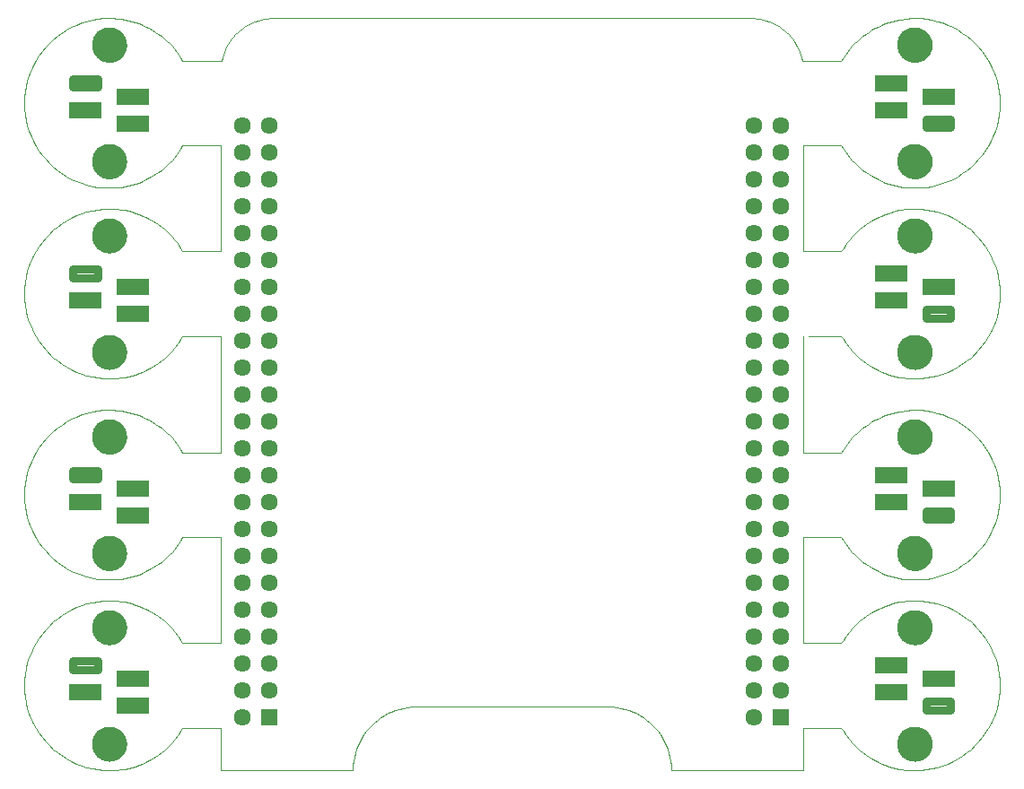
<source format=gbs>
G75*
%MOIN*%
%OFA0B0*%
%FSLAX25Y25*%
%IPPOS*%
%LPD*%
%AMOC8*
5,1,8,0,0,1.08239X$1,22.5*
%
%ADD10C,0.00000*%
%ADD11C,0.12998*%
%ADD12C,0.03153*%
%ADD13R,0.12211X0.06306*%
%ADD14R,0.06337X0.06337*%
%ADD15C,0.06337*%
D10*
X0022120Y0061838D02*
X0024098Y0061219D01*
X0026149Y0060800D01*
X0028199Y0060380D01*
X0030322Y0060160D01*
X0033953Y0060160D01*
X0035387Y0060259D01*
X0036791Y0060450D01*
X0038195Y0060642D01*
X0039570Y0060926D01*
X0040909Y0061297D01*
X0042248Y0061668D01*
X0043550Y0062124D01*
X0044811Y0062661D01*
X0046072Y0063198D01*
X0047291Y0063814D01*
X0049631Y0065195D01*
X0050752Y0065958D01*
X0051819Y0066789D01*
X0052886Y0067620D01*
X0053897Y0068518D01*
X0054848Y0069477D01*
X0055799Y0070436D01*
X0056688Y0071455D01*
X0058333Y0073603D01*
X0059087Y0074731D01*
X0059768Y0075908D01*
X0073831Y0075908D01*
X0073831Y0060160D01*
X0123044Y0060160D01*
X0123044Y0062011D01*
X0123208Y0063587D01*
X0123519Y0065109D01*
X0123831Y0066632D01*
X0124290Y0068100D01*
X0124882Y0069499D01*
X0125474Y0070898D01*
X0126198Y0072227D01*
X0127038Y0073471D01*
X0127879Y0074715D01*
X0128836Y0075874D01*
X0129894Y0076932D01*
X0130952Y0077990D01*
X0132111Y0078947D01*
X0133355Y0079788D01*
X0134599Y0080628D01*
X0135928Y0081352D01*
X0137327Y0081944D01*
X0138726Y0082536D01*
X0140194Y0082995D01*
X0141717Y0083307D01*
X0143239Y0083618D01*
X0144815Y0083782D01*
X0219383Y0083782D01*
X0220959Y0083618D01*
X0222482Y0083307D01*
X0224004Y0082995D01*
X0225472Y0082536D01*
X0226871Y0081944D01*
X0228270Y0081352D01*
X0229600Y0080628D01*
X0230844Y0079788D01*
X0232088Y0078947D01*
X0233247Y0077990D01*
X0235363Y0075874D01*
X0236320Y0074715D01*
X0237160Y0073471D01*
X0238001Y0072227D01*
X0238725Y0070898D01*
X0239317Y0069499D01*
X0239908Y0068100D01*
X0240368Y0066632D01*
X0240679Y0065109D01*
X0240991Y0063587D01*
X0241154Y0062011D01*
X0241154Y0060160D01*
X0290367Y0060160D01*
X0290367Y0075908D01*
X0304437Y0075908D01*
X0305118Y0074731D01*
X0305872Y0073603D01*
X0307516Y0071455D01*
X0308406Y0070436D01*
X0309357Y0069477D01*
X0310307Y0068518D01*
X0311319Y0067620D01*
X0312386Y0066789D01*
X0313453Y0065958D01*
X0314574Y0065195D01*
X0315744Y0064505D01*
X0316914Y0063814D01*
X0318133Y0063198D01*
X0319393Y0062661D01*
X0320654Y0062124D01*
X0321957Y0061668D01*
X0323296Y0061297D01*
X0324635Y0060926D01*
X0326009Y0060642D01*
X0328818Y0060259D01*
X0330252Y0060160D01*
X0333883Y0060160D01*
X0336006Y0060380D01*
X0338056Y0060800D01*
X0340107Y0061219D01*
X0342084Y0061838D01*
X0343968Y0062635D01*
X0345852Y0063432D01*
X0347643Y0064407D01*
X0349318Y0065539D01*
X0350994Y0066671D01*
X0352555Y0067960D01*
X0353980Y0069385D01*
X0355405Y0070810D01*
X0356694Y0072371D01*
X0358958Y0075722D01*
X0359933Y0077512D01*
X0361527Y0081280D01*
X0362145Y0083258D01*
X0362565Y0085308D01*
X0362984Y0087359D01*
X0363205Y0089482D01*
X0363205Y0093830D01*
X0362984Y0095953D01*
X0362565Y0098003D01*
X0362145Y0100054D01*
X0361527Y0102032D01*
X0360730Y0103916D01*
X0359933Y0105800D01*
X0358958Y0107590D01*
X0357826Y0109266D01*
X0356694Y0110941D01*
X0355405Y0112502D01*
X0352555Y0115352D01*
X0350994Y0116641D01*
X0347643Y0118905D01*
X0345852Y0119880D01*
X0343968Y0120677D01*
X0342084Y0121474D01*
X0340107Y0122092D01*
X0338056Y0122512D01*
X0336006Y0122932D01*
X0333883Y0123152D01*
X0330252Y0123152D01*
X0328818Y0123053D01*
X0327414Y0122861D01*
X0326009Y0122670D01*
X0324635Y0122385D01*
X0323296Y0122015D01*
X0321957Y0121644D01*
X0320654Y0121187D01*
X0319393Y0120651D01*
X0318133Y0120114D01*
X0316914Y0119497D01*
X0315744Y0118807D01*
X0314574Y0118117D01*
X0313453Y0117353D01*
X0312386Y0116523D01*
X0311319Y0115692D01*
X0310307Y0114794D01*
X0309357Y0113835D01*
X0308406Y0112876D01*
X0307516Y0111857D01*
X0305872Y0109709D01*
X0305118Y0108580D01*
X0304437Y0107404D01*
X0290367Y0107404D01*
X0290367Y0146772D01*
X0304437Y0146772D01*
X0305118Y0145595D01*
X0305872Y0144467D01*
X0307516Y0142319D01*
X0308406Y0141299D01*
X0309357Y0140341D01*
X0310307Y0139382D01*
X0311319Y0138484D01*
X0312386Y0137653D01*
X0313453Y0136822D01*
X0314574Y0136059D01*
X0315744Y0135368D01*
X0316914Y0134678D01*
X0318133Y0134062D01*
X0319393Y0133525D01*
X0320654Y0132988D01*
X0321957Y0132531D01*
X0323296Y0132161D01*
X0324635Y0131790D01*
X0326009Y0131506D01*
X0327414Y0131314D01*
X0328818Y0131123D01*
X0330252Y0131024D01*
X0333883Y0131024D01*
X0336006Y0131244D01*
X0338056Y0131664D01*
X0340107Y0132083D01*
X0342084Y0132702D01*
X0343968Y0133499D01*
X0345852Y0134296D01*
X0347643Y0135271D01*
X0349318Y0136403D01*
X0350994Y0137535D01*
X0352555Y0138824D01*
X0355405Y0141674D01*
X0356694Y0143234D01*
X0357826Y0144910D01*
X0358958Y0146586D01*
X0359933Y0148376D01*
X0360730Y0150260D01*
X0361527Y0152144D01*
X0362145Y0154122D01*
X0362565Y0156172D01*
X0362984Y0158223D01*
X0363205Y0160345D01*
X0363205Y0164694D01*
X0362984Y0166817D01*
X0362565Y0168867D01*
X0362145Y0170918D01*
X0361527Y0172895D01*
X0359933Y0176664D01*
X0358958Y0178454D01*
X0356694Y0181805D01*
X0355405Y0183366D01*
X0352555Y0186216D01*
X0350994Y0187505D01*
X0347643Y0189769D01*
X0345852Y0190744D01*
X0343968Y0191541D01*
X0342084Y0192338D01*
X0340107Y0192956D01*
X0338056Y0193376D01*
X0336006Y0193795D01*
X0333883Y0194016D01*
X0330252Y0194016D01*
X0328818Y0193917D01*
X0326009Y0193533D01*
X0324635Y0193249D01*
X0321957Y0192508D01*
X0320654Y0192051D01*
X0319393Y0191515D01*
X0318133Y0190978D01*
X0316914Y0190361D01*
X0315744Y0189671D01*
X0314574Y0188981D01*
X0313453Y0188217D01*
X0312386Y0187386D01*
X0311319Y0186556D01*
X0310307Y0185658D01*
X0309357Y0184699D01*
X0308406Y0183740D01*
X0307516Y0182721D01*
X0306694Y0181647D01*
X0305872Y0180573D01*
X0305118Y0179444D01*
X0304437Y0178268D01*
X0290367Y0178268D01*
X0290367Y0221575D01*
X0292126Y0221575D02*
X0304437Y0221575D01*
X0305118Y0220398D01*
X0305872Y0219270D01*
X0307516Y0217122D01*
X0308406Y0216103D01*
X0309357Y0215144D01*
X0310307Y0214185D01*
X0311319Y0213287D01*
X0312386Y0212456D01*
X0313453Y0211625D01*
X0314574Y0210862D01*
X0315744Y0210172D01*
X0316914Y0209481D01*
X0318133Y0208865D01*
X0319393Y0208328D01*
X0320654Y0207791D01*
X0321957Y0207335D01*
X0323296Y0206964D01*
X0324635Y0206593D01*
X0326009Y0206309D01*
X0327414Y0206118D01*
X0328818Y0205926D01*
X0330252Y0205827D01*
X0333883Y0205827D01*
X0336006Y0206047D01*
X0338056Y0206467D01*
X0340107Y0206886D01*
X0342084Y0207505D01*
X0343968Y0208302D01*
X0345852Y0209099D01*
X0347643Y0210074D01*
X0350994Y0212338D01*
X0352555Y0213627D01*
X0355405Y0216477D01*
X0356694Y0218038D01*
X0357826Y0219713D01*
X0358958Y0221389D01*
X0359933Y0223179D01*
X0361527Y0226947D01*
X0362145Y0228925D01*
X0362565Y0230975D01*
X0362984Y0233026D01*
X0363205Y0235149D01*
X0363205Y0239497D01*
X0362984Y0241620D01*
X0362565Y0243670D01*
X0362145Y0245721D01*
X0361527Y0247698D01*
X0360730Y0249583D01*
X0359933Y0251467D01*
X0358958Y0253257D01*
X0357826Y0254933D01*
X0356694Y0256608D01*
X0355405Y0258169D01*
X0353980Y0259594D01*
X0352555Y0261019D01*
X0350994Y0262308D01*
X0347643Y0264572D01*
X0345852Y0265547D01*
X0343968Y0266344D01*
X0342084Y0267141D01*
X0340107Y0267759D01*
X0338056Y0268179D01*
X0336006Y0268599D01*
X0333883Y0268819D01*
X0330252Y0268819D01*
X0328818Y0268720D01*
X0326009Y0268337D01*
X0324635Y0268052D01*
X0321957Y0267311D01*
X0320654Y0266854D01*
X0319393Y0266318D01*
X0318133Y0265781D01*
X0316914Y0265164D01*
X0315744Y0264474D01*
X0314574Y0263784D01*
X0313453Y0263020D01*
X0312386Y0262190D01*
X0311319Y0261359D01*
X0310307Y0260461D01*
X0309357Y0259502D01*
X0308406Y0258543D01*
X0307516Y0257524D01*
X0306694Y0256450D01*
X0305872Y0255376D01*
X0305118Y0254247D01*
X0304437Y0253071D01*
X0290367Y0253071D01*
X0290367Y0292443D01*
X0304437Y0292443D01*
X0305118Y0291267D01*
X0305872Y0290138D01*
X0307516Y0287991D01*
X0308406Y0286971D01*
X0309357Y0286012D01*
X0310307Y0285053D01*
X0311319Y0284155D01*
X0312386Y0283325D01*
X0313453Y0282494D01*
X0314574Y0281730D01*
X0315744Y0281040D01*
X0316914Y0280350D01*
X0318133Y0279733D01*
X0320654Y0278660D01*
X0321957Y0278203D01*
X0324635Y0277462D01*
X0326009Y0277178D01*
X0327414Y0276986D01*
X0328818Y0276794D01*
X0330252Y0276695D01*
X0333883Y0276695D01*
X0336006Y0276916D01*
X0338056Y0277335D01*
X0340107Y0277755D01*
X0342084Y0278373D01*
X0343968Y0279170D01*
X0345852Y0279967D01*
X0347643Y0280942D01*
X0349318Y0282074D01*
X0350994Y0283206D01*
X0352555Y0284495D01*
X0353980Y0285920D01*
X0355405Y0287345D01*
X0356694Y0288906D01*
X0358958Y0292257D01*
X0359933Y0294048D01*
X0360730Y0295932D01*
X0361527Y0297816D01*
X0362145Y0299794D01*
X0362565Y0301844D01*
X0362984Y0303894D01*
X0363205Y0306017D01*
X0363205Y0310366D01*
X0362984Y0312489D01*
X0362565Y0314539D01*
X0362145Y0316589D01*
X0361527Y0318567D01*
X0359933Y0322335D01*
X0358958Y0324126D01*
X0356694Y0327477D01*
X0355405Y0329038D01*
X0353980Y0330462D01*
X0352555Y0331887D01*
X0350994Y0333176D01*
X0349318Y0334308D01*
X0347643Y0335440D01*
X0345852Y0336415D01*
X0343968Y0337212D01*
X0342084Y0338009D01*
X0340107Y0338628D01*
X0338056Y0339048D01*
X0336006Y0339467D01*
X0333883Y0339687D01*
X0330252Y0339687D01*
X0328818Y0339588D01*
X0326009Y0339205D01*
X0324635Y0338921D01*
X0323296Y0338550D01*
X0321957Y0338180D01*
X0320654Y0337723D01*
X0319393Y0337186D01*
X0318133Y0336649D01*
X0316914Y0336033D01*
X0315744Y0335343D01*
X0314574Y0334653D01*
X0313453Y0333889D01*
X0312386Y0333058D01*
X0311319Y0332227D01*
X0310307Y0331329D01*
X0309357Y0330370D01*
X0308406Y0329412D01*
X0307516Y0328392D01*
X0305872Y0326244D01*
X0305118Y0325116D01*
X0304437Y0323939D01*
X0289972Y0323939D01*
X0289744Y0325062D01*
X0289420Y0326151D01*
X0289010Y0327196D01*
X0288599Y0328241D01*
X0288102Y0329242D01*
X0286952Y0331139D01*
X0286299Y0332036D01*
X0285578Y0332871D01*
X0284856Y0333706D01*
X0284065Y0334479D01*
X0283214Y0335183D01*
X0282363Y0335886D01*
X0281452Y0336519D01*
X0280489Y0337074D01*
X0279527Y0337628D01*
X0278513Y0338103D01*
X0277457Y0338490D01*
X0276401Y0338877D01*
X0275302Y0339177D01*
X0274170Y0339379D01*
X0273038Y0339582D01*
X0271872Y0339687D01*
X0092326Y0339687D01*
X0091160Y0339582D01*
X0090028Y0339379D01*
X0088896Y0339177D01*
X0087798Y0338877D01*
X0086741Y0338490D01*
X0085685Y0338103D01*
X0084671Y0337628D01*
X0083709Y0337074D01*
X0082747Y0336519D01*
X0081835Y0335886D01*
X0080984Y0335183D01*
X0080133Y0334479D01*
X0079343Y0333706D01*
X0078621Y0332871D01*
X0077899Y0332036D01*
X0077246Y0331139D01*
X0076096Y0329242D01*
X0075599Y0328241D01*
X0075189Y0327196D01*
X0074778Y0326151D01*
X0074455Y0325062D01*
X0074227Y0323939D01*
X0059768Y0323939D01*
X0059087Y0325116D01*
X0058333Y0326244D01*
X0057511Y0327318D01*
X0056688Y0328392D01*
X0055799Y0329412D01*
X0054848Y0330370D01*
X0053897Y0331329D01*
X0052886Y0332227D01*
X0051819Y0333058D01*
X0050752Y0333889D01*
X0049631Y0334653D01*
X0047291Y0336033D01*
X0046072Y0336649D01*
X0044811Y0337186D01*
X0043550Y0337723D01*
X0042248Y0338180D01*
X0040909Y0338550D01*
X0039570Y0338921D01*
X0038195Y0339205D01*
X0036791Y0339397D01*
X0035387Y0339588D01*
X0033953Y0339687D01*
X0030322Y0339687D01*
X0028199Y0339467D01*
X0026149Y0339047D01*
X0024098Y0338628D01*
X0022120Y0338009D01*
X0020236Y0337212D01*
X0018352Y0336415D01*
X0016562Y0335440D01*
X0013211Y0333176D01*
X0011650Y0331887D01*
X0010225Y0330462D01*
X0008800Y0329037D01*
X0007511Y0327477D01*
X0006379Y0325801D01*
X0005247Y0324125D01*
X0004272Y0322335D01*
X0002678Y0318567D01*
X0002059Y0316589D01*
X0001640Y0314539D01*
X0001220Y0312489D01*
X0001000Y0310366D01*
X0001000Y0306017D01*
X0001220Y0303894D01*
X0001640Y0301844D01*
X0002059Y0299793D01*
X0002678Y0297816D01*
X0003475Y0295932D01*
X0004272Y0294048D01*
X0005247Y0292257D01*
X0006379Y0290582D01*
X0007511Y0288906D01*
X0008800Y0287345D01*
X0010225Y0285920D01*
X0011650Y0284495D01*
X0013211Y0283206D01*
X0016562Y0280942D01*
X0018352Y0279967D01*
X0020236Y0279170D01*
X0022120Y0278373D01*
X0024098Y0277755D01*
X0026149Y0277335D01*
X0028199Y0276916D01*
X0030322Y0276695D01*
X0033953Y0276695D01*
X0035387Y0276794D01*
X0036791Y0276986D01*
X0038195Y0277178D01*
X0039570Y0277462D01*
X0040909Y0277832D01*
X0042248Y0278203D01*
X0043550Y0278660D01*
X0044811Y0279197D01*
X0046072Y0279733D01*
X0047291Y0280350D01*
X0049631Y0281730D01*
X0050752Y0282494D01*
X0051819Y0283325D01*
X0052886Y0284155D01*
X0053897Y0285053D01*
X0054848Y0286012D01*
X0055799Y0286971D01*
X0056688Y0287991D01*
X0057511Y0289064D01*
X0058333Y0290138D01*
X0059087Y0291267D01*
X0059768Y0292443D01*
X0073831Y0292443D01*
X0073831Y0253071D01*
X0059768Y0253071D01*
X0059087Y0254247D01*
X0058333Y0255376D01*
X0057510Y0256450D01*
X0056688Y0257524D01*
X0055799Y0258543D01*
X0054848Y0259502D01*
X0053897Y0260461D01*
X0052886Y0261359D01*
X0051819Y0262190D01*
X0050752Y0263020D01*
X0049631Y0263784D01*
X0047290Y0265164D01*
X0046072Y0265781D01*
X0044811Y0266318D01*
X0043550Y0266854D01*
X0042248Y0267311D01*
X0040909Y0267682D01*
X0039570Y0268052D01*
X0038195Y0268337D01*
X0036791Y0268528D01*
X0035387Y0268720D01*
X0033953Y0268819D01*
X0030322Y0268819D01*
X0028199Y0268599D01*
X0026149Y0268179D01*
X0024098Y0267759D01*
X0022120Y0267141D01*
X0020236Y0266344D01*
X0018352Y0265547D01*
X0016562Y0264572D01*
X0014886Y0263440D01*
X0013211Y0262308D01*
X0011650Y0261019D01*
X0010225Y0259594D01*
X0008800Y0258169D01*
X0007511Y0256608D01*
X0006379Y0254933D01*
X0005247Y0253257D01*
X0004272Y0251467D01*
X0002678Y0247698D01*
X0002059Y0245721D01*
X0001640Y0243670D01*
X0001220Y0241620D01*
X0001000Y0239497D01*
X0001000Y0235149D01*
X0001220Y0233026D01*
X0001640Y0230975D01*
X0002059Y0228925D01*
X0002678Y0226947D01*
X0003475Y0225063D01*
X0004272Y0223179D01*
X0005247Y0221389D01*
X0006379Y0219713D01*
X0007511Y0218037D01*
X0008800Y0216477D01*
X0011650Y0213627D01*
X0013211Y0212338D01*
X0014886Y0211206D01*
X0016562Y0210074D01*
X0018352Y0209099D01*
X0020236Y0208302D01*
X0022120Y0207505D01*
X0024098Y0206886D01*
X0026149Y0206467D01*
X0028199Y0206047D01*
X0030322Y0205827D01*
X0033953Y0205827D01*
X0035387Y0205926D01*
X0036791Y0206117D01*
X0038195Y0206309D01*
X0039570Y0206593D01*
X0040909Y0206964D01*
X0042248Y0207334D01*
X0043550Y0207791D01*
X0044811Y0208328D01*
X0046072Y0208865D01*
X0047291Y0209481D01*
X0049631Y0210862D01*
X0050752Y0211625D01*
X0051819Y0212456D01*
X0052886Y0213287D01*
X0053897Y0214185D01*
X0054848Y0215144D01*
X0055799Y0216102D01*
X0056688Y0217122D01*
X0058333Y0219270D01*
X0059087Y0220398D01*
X0059768Y0221575D01*
X0073831Y0221575D01*
X0073831Y0178268D01*
X0059768Y0178268D01*
X0059087Y0179444D01*
X0058333Y0180573D01*
X0057511Y0181647D01*
X0056688Y0182721D01*
X0055799Y0183740D01*
X0054848Y0184699D01*
X0053897Y0185658D01*
X0052886Y0186556D01*
X0051819Y0187386D01*
X0050752Y0188217D01*
X0049631Y0188981D01*
X0047291Y0190361D01*
X0046072Y0190978D01*
X0044811Y0191515D01*
X0043550Y0192051D01*
X0042248Y0192508D01*
X0039570Y0193249D01*
X0038195Y0193533D01*
X0036791Y0193725D01*
X0035387Y0193917D01*
X0033953Y0194016D01*
X0030322Y0194016D01*
X0028199Y0193795D01*
X0026149Y0193376D01*
X0024098Y0192956D01*
X0022120Y0192338D01*
X0020236Y0191541D01*
X0018352Y0190744D01*
X0016562Y0189769D01*
X0014886Y0188637D01*
X0013211Y0187505D01*
X0011650Y0186216D01*
X0010225Y0184791D01*
X0008800Y0183366D01*
X0007511Y0181805D01*
X0006379Y0180129D01*
X0005247Y0178454D01*
X0004272Y0176663D01*
X0003475Y0174779D01*
X0002678Y0172895D01*
X0002059Y0170918D01*
X0001640Y0168867D01*
X0001220Y0166817D01*
X0001000Y0164694D01*
X0001000Y0160345D01*
X0001220Y0158222D01*
X0001640Y0156172D01*
X0002059Y0154122D01*
X0002678Y0152144D01*
X0004272Y0148376D01*
X0005247Y0146586D01*
X0006379Y0144910D01*
X0007511Y0143234D01*
X0008800Y0141674D01*
X0010225Y0140249D01*
X0011650Y0138824D01*
X0013211Y0137535D01*
X0016562Y0135271D01*
X0018352Y0134296D01*
X0020236Y0133499D01*
X0022120Y0132702D01*
X0024098Y0132083D01*
X0028199Y0131244D01*
X0030322Y0131024D01*
X0033953Y0131024D01*
X0035387Y0131123D01*
X0036791Y0131314D01*
X0038195Y0131506D01*
X0039570Y0131790D01*
X0040909Y0132161D01*
X0042248Y0132531D01*
X0043550Y0132988D01*
X0044811Y0133525D01*
X0046072Y0134062D01*
X0047291Y0134678D01*
X0049631Y0136059D01*
X0050752Y0136822D01*
X0051819Y0137653D01*
X0052886Y0138484D01*
X0053897Y0139382D01*
X0054848Y0140341D01*
X0055799Y0141299D01*
X0056688Y0142319D01*
X0058333Y0144467D01*
X0059087Y0145595D01*
X0059768Y0146772D01*
X0073831Y0146772D01*
X0073831Y0107404D01*
X0059768Y0107404D01*
X0059087Y0108580D01*
X0058333Y0109709D01*
X0056688Y0111857D01*
X0055799Y0112876D01*
X0054848Y0113835D01*
X0053897Y0114794D01*
X0052886Y0115692D01*
X0051819Y0116523D01*
X0050752Y0117353D01*
X0049631Y0118117D01*
X0047291Y0119497D01*
X0046072Y0120114D01*
X0044811Y0120651D01*
X0043550Y0121187D01*
X0042248Y0121644D01*
X0040909Y0122015D01*
X0039570Y0122385D01*
X0038195Y0122670D01*
X0036791Y0122861D01*
X0035387Y0123053D01*
X0033953Y0123152D01*
X0030322Y0123152D01*
X0028199Y0122932D01*
X0026149Y0122512D01*
X0024098Y0122092D01*
X0022120Y0121474D01*
X0020236Y0120677D01*
X0018352Y0119880D01*
X0016562Y0118905D01*
X0014886Y0117773D01*
X0013211Y0116641D01*
X0011650Y0115352D01*
X0010225Y0113927D01*
X0008800Y0112502D01*
X0007511Y0110941D01*
X0006379Y0109266D01*
X0005247Y0107590D01*
X0004272Y0105800D01*
X0003475Y0103916D01*
X0002678Y0102031D01*
X0002059Y0100054D01*
X0001640Y0098003D01*
X0001220Y0095953D01*
X0001000Y0093830D01*
X0001000Y0089481D01*
X0001220Y0087359D01*
X0001640Y0085308D01*
X0002059Y0083258D01*
X0002678Y0081280D01*
X0004272Y0077512D01*
X0005247Y0075722D01*
X0006379Y0074046D01*
X0007511Y0072371D01*
X0008800Y0070810D01*
X0010225Y0069385D01*
X0011650Y0067960D01*
X0013211Y0066671D01*
X0016562Y0064407D01*
X0018352Y0063432D01*
X0020236Y0062635D01*
X0022120Y0061838D01*
X0026197Y0069961D02*
X0026199Y0070119D01*
X0026205Y0070277D01*
X0026215Y0070435D01*
X0026229Y0070593D01*
X0026247Y0070750D01*
X0026268Y0070907D01*
X0026294Y0071063D01*
X0026324Y0071219D01*
X0026357Y0071374D01*
X0026395Y0071527D01*
X0026436Y0071680D01*
X0026481Y0071832D01*
X0026530Y0071983D01*
X0026583Y0072132D01*
X0026639Y0072280D01*
X0026699Y0072426D01*
X0026763Y0072571D01*
X0026831Y0072714D01*
X0026902Y0072856D01*
X0026976Y0072996D01*
X0027054Y0073133D01*
X0027136Y0073269D01*
X0027220Y0073403D01*
X0027309Y0073534D01*
X0027400Y0073663D01*
X0027495Y0073790D01*
X0027592Y0073915D01*
X0027693Y0074037D01*
X0027797Y0074156D01*
X0027904Y0074273D01*
X0028014Y0074387D01*
X0028127Y0074498D01*
X0028242Y0074607D01*
X0028360Y0074712D01*
X0028481Y0074814D01*
X0028604Y0074914D01*
X0028730Y0075010D01*
X0028858Y0075103D01*
X0028988Y0075193D01*
X0029121Y0075279D01*
X0029256Y0075363D01*
X0029392Y0075442D01*
X0029531Y0075519D01*
X0029672Y0075591D01*
X0029814Y0075661D01*
X0029958Y0075726D01*
X0030104Y0075788D01*
X0030251Y0075846D01*
X0030400Y0075901D01*
X0030550Y0075952D01*
X0030701Y0075999D01*
X0030853Y0076042D01*
X0031006Y0076081D01*
X0031161Y0076117D01*
X0031316Y0076148D01*
X0031472Y0076176D01*
X0031628Y0076200D01*
X0031785Y0076220D01*
X0031943Y0076236D01*
X0032100Y0076248D01*
X0032259Y0076256D01*
X0032417Y0076260D01*
X0032575Y0076260D01*
X0032733Y0076256D01*
X0032892Y0076248D01*
X0033049Y0076236D01*
X0033207Y0076220D01*
X0033364Y0076200D01*
X0033520Y0076176D01*
X0033676Y0076148D01*
X0033831Y0076117D01*
X0033986Y0076081D01*
X0034139Y0076042D01*
X0034291Y0075999D01*
X0034442Y0075952D01*
X0034592Y0075901D01*
X0034741Y0075846D01*
X0034888Y0075788D01*
X0035034Y0075726D01*
X0035178Y0075661D01*
X0035320Y0075591D01*
X0035461Y0075519D01*
X0035600Y0075442D01*
X0035736Y0075363D01*
X0035871Y0075279D01*
X0036004Y0075193D01*
X0036134Y0075103D01*
X0036262Y0075010D01*
X0036388Y0074914D01*
X0036511Y0074814D01*
X0036632Y0074712D01*
X0036750Y0074607D01*
X0036865Y0074498D01*
X0036978Y0074387D01*
X0037088Y0074273D01*
X0037195Y0074156D01*
X0037299Y0074037D01*
X0037400Y0073915D01*
X0037497Y0073790D01*
X0037592Y0073663D01*
X0037683Y0073534D01*
X0037772Y0073403D01*
X0037856Y0073269D01*
X0037938Y0073133D01*
X0038016Y0072996D01*
X0038090Y0072856D01*
X0038161Y0072714D01*
X0038229Y0072571D01*
X0038293Y0072426D01*
X0038353Y0072280D01*
X0038409Y0072132D01*
X0038462Y0071983D01*
X0038511Y0071832D01*
X0038556Y0071680D01*
X0038597Y0071527D01*
X0038635Y0071374D01*
X0038668Y0071219D01*
X0038698Y0071063D01*
X0038724Y0070907D01*
X0038745Y0070750D01*
X0038763Y0070593D01*
X0038777Y0070435D01*
X0038787Y0070277D01*
X0038793Y0070119D01*
X0038795Y0069961D01*
X0038793Y0069803D01*
X0038787Y0069645D01*
X0038777Y0069487D01*
X0038763Y0069329D01*
X0038745Y0069172D01*
X0038724Y0069015D01*
X0038698Y0068859D01*
X0038668Y0068703D01*
X0038635Y0068548D01*
X0038597Y0068395D01*
X0038556Y0068242D01*
X0038511Y0068090D01*
X0038462Y0067939D01*
X0038409Y0067790D01*
X0038353Y0067642D01*
X0038293Y0067496D01*
X0038229Y0067351D01*
X0038161Y0067208D01*
X0038090Y0067066D01*
X0038016Y0066926D01*
X0037938Y0066789D01*
X0037856Y0066653D01*
X0037772Y0066519D01*
X0037683Y0066388D01*
X0037592Y0066259D01*
X0037497Y0066132D01*
X0037400Y0066007D01*
X0037299Y0065885D01*
X0037195Y0065766D01*
X0037088Y0065649D01*
X0036978Y0065535D01*
X0036865Y0065424D01*
X0036750Y0065315D01*
X0036632Y0065210D01*
X0036511Y0065108D01*
X0036388Y0065008D01*
X0036262Y0064912D01*
X0036134Y0064819D01*
X0036004Y0064729D01*
X0035871Y0064643D01*
X0035736Y0064559D01*
X0035600Y0064480D01*
X0035461Y0064403D01*
X0035320Y0064331D01*
X0035178Y0064261D01*
X0035034Y0064196D01*
X0034888Y0064134D01*
X0034741Y0064076D01*
X0034592Y0064021D01*
X0034442Y0063970D01*
X0034291Y0063923D01*
X0034139Y0063880D01*
X0033986Y0063841D01*
X0033831Y0063805D01*
X0033676Y0063774D01*
X0033520Y0063746D01*
X0033364Y0063722D01*
X0033207Y0063702D01*
X0033049Y0063686D01*
X0032892Y0063674D01*
X0032733Y0063666D01*
X0032575Y0063662D01*
X0032417Y0063662D01*
X0032259Y0063666D01*
X0032100Y0063674D01*
X0031943Y0063686D01*
X0031785Y0063702D01*
X0031628Y0063722D01*
X0031472Y0063746D01*
X0031316Y0063774D01*
X0031161Y0063805D01*
X0031006Y0063841D01*
X0030853Y0063880D01*
X0030701Y0063923D01*
X0030550Y0063970D01*
X0030400Y0064021D01*
X0030251Y0064076D01*
X0030104Y0064134D01*
X0029958Y0064196D01*
X0029814Y0064261D01*
X0029672Y0064331D01*
X0029531Y0064403D01*
X0029392Y0064480D01*
X0029256Y0064559D01*
X0029121Y0064643D01*
X0028988Y0064729D01*
X0028858Y0064819D01*
X0028730Y0064912D01*
X0028604Y0065008D01*
X0028481Y0065108D01*
X0028360Y0065210D01*
X0028242Y0065315D01*
X0028127Y0065424D01*
X0028014Y0065535D01*
X0027904Y0065649D01*
X0027797Y0065766D01*
X0027693Y0065885D01*
X0027592Y0066007D01*
X0027495Y0066132D01*
X0027400Y0066259D01*
X0027309Y0066388D01*
X0027220Y0066519D01*
X0027136Y0066653D01*
X0027054Y0066789D01*
X0026976Y0066926D01*
X0026902Y0067066D01*
X0026831Y0067208D01*
X0026763Y0067351D01*
X0026699Y0067496D01*
X0026639Y0067642D01*
X0026583Y0067790D01*
X0026530Y0067939D01*
X0026481Y0068090D01*
X0026436Y0068242D01*
X0026395Y0068395D01*
X0026357Y0068548D01*
X0026324Y0068703D01*
X0026294Y0068859D01*
X0026268Y0069015D01*
X0026247Y0069172D01*
X0026229Y0069329D01*
X0026215Y0069487D01*
X0026205Y0069645D01*
X0026199Y0069803D01*
X0026197Y0069961D01*
X0026197Y0113268D02*
X0026199Y0113426D01*
X0026205Y0113584D01*
X0026215Y0113742D01*
X0026229Y0113900D01*
X0026247Y0114057D01*
X0026268Y0114214D01*
X0026294Y0114370D01*
X0026324Y0114526D01*
X0026357Y0114681D01*
X0026395Y0114834D01*
X0026436Y0114987D01*
X0026481Y0115139D01*
X0026530Y0115290D01*
X0026583Y0115439D01*
X0026639Y0115587D01*
X0026699Y0115733D01*
X0026763Y0115878D01*
X0026831Y0116021D01*
X0026902Y0116163D01*
X0026976Y0116303D01*
X0027054Y0116440D01*
X0027136Y0116576D01*
X0027220Y0116710D01*
X0027309Y0116841D01*
X0027400Y0116970D01*
X0027495Y0117097D01*
X0027592Y0117222D01*
X0027693Y0117344D01*
X0027797Y0117463D01*
X0027904Y0117580D01*
X0028014Y0117694D01*
X0028127Y0117805D01*
X0028242Y0117914D01*
X0028360Y0118019D01*
X0028481Y0118121D01*
X0028604Y0118221D01*
X0028730Y0118317D01*
X0028858Y0118410D01*
X0028988Y0118500D01*
X0029121Y0118586D01*
X0029256Y0118670D01*
X0029392Y0118749D01*
X0029531Y0118826D01*
X0029672Y0118898D01*
X0029814Y0118968D01*
X0029958Y0119033D01*
X0030104Y0119095D01*
X0030251Y0119153D01*
X0030400Y0119208D01*
X0030550Y0119259D01*
X0030701Y0119306D01*
X0030853Y0119349D01*
X0031006Y0119388D01*
X0031161Y0119424D01*
X0031316Y0119455D01*
X0031472Y0119483D01*
X0031628Y0119507D01*
X0031785Y0119527D01*
X0031943Y0119543D01*
X0032100Y0119555D01*
X0032259Y0119563D01*
X0032417Y0119567D01*
X0032575Y0119567D01*
X0032733Y0119563D01*
X0032892Y0119555D01*
X0033049Y0119543D01*
X0033207Y0119527D01*
X0033364Y0119507D01*
X0033520Y0119483D01*
X0033676Y0119455D01*
X0033831Y0119424D01*
X0033986Y0119388D01*
X0034139Y0119349D01*
X0034291Y0119306D01*
X0034442Y0119259D01*
X0034592Y0119208D01*
X0034741Y0119153D01*
X0034888Y0119095D01*
X0035034Y0119033D01*
X0035178Y0118968D01*
X0035320Y0118898D01*
X0035461Y0118826D01*
X0035600Y0118749D01*
X0035736Y0118670D01*
X0035871Y0118586D01*
X0036004Y0118500D01*
X0036134Y0118410D01*
X0036262Y0118317D01*
X0036388Y0118221D01*
X0036511Y0118121D01*
X0036632Y0118019D01*
X0036750Y0117914D01*
X0036865Y0117805D01*
X0036978Y0117694D01*
X0037088Y0117580D01*
X0037195Y0117463D01*
X0037299Y0117344D01*
X0037400Y0117222D01*
X0037497Y0117097D01*
X0037592Y0116970D01*
X0037683Y0116841D01*
X0037772Y0116710D01*
X0037856Y0116576D01*
X0037938Y0116440D01*
X0038016Y0116303D01*
X0038090Y0116163D01*
X0038161Y0116021D01*
X0038229Y0115878D01*
X0038293Y0115733D01*
X0038353Y0115587D01*
X0038409Y0115439D01*
X0038462Y0115290D01*
X0038511Y0115139D01*
X0038556Y0114987D01*
X0038597Y0114834D01*
X0038635Y0114681D01*
X0038668Y0114526D01*
X0038698Y0114370D01*
X0038724Y0114214D01*
X0038745Y0114057D01*
X0038763Y0113900D01*
X0038777Y0113742D01*
X0038787Y0113584D01*
X0038793Y0113426D01*
X0038795Y0113268D01*
X0038793Y0113110D01*
X0038787Y0112952D01*
X0038777Y0112794D01*
X0038763Y0112636D01*
X0038745Y0112479D01*
X0038724Y0112322D01*
X0038698Y0112166D01*
X0038668Y0112010D01*
X0038635Y0111855D01*
X0038597Y0111702D01*
X0038556Y0111549D01*
X0038511Y0111397D01*
X0038462Y0111246D01*
X0038409Y0111097D01*
X0038353Y0110949D01*
X0038293Y0110803D01*
X0038229Y0110658D01*
X0038161Y0110515D01*
X0038090Y0110373D01*
X0038016Y0110233D01*
X0037938Y0110096D01*
X0037856Y0109960D01*
X0037772Y0109826D01*
X0037683Y0109695D01*
X0037592Y0109566D01*
X0037497Y0109439D01*
X0037400Y0109314D01*
X0037299Y0109192D01*
X0037195Y0109073D01*
X0037088Y0108956D01*
X0036978Y0108842D01*
X0036865Y0108731D01*
X0036750Y0108622D01*
X0036632Y0108517D01*
X0036511Y0108415D01*
X0036388Y0108315D01*
X0036262Y0108219D01*
X0036134Y0108126D01*
X0036004Y0108036D01*
X0035871Y0107950D01*
X0035736Y0107866D01*
X0035600Y0107787D01*
X0035461Y0107710D01*
X0035320Y0107638D01*
X0035178Y0107568D01*
X0035034Y0107503D01*
X0034888Y0107441D01*
X0034741Y0107383D01*
X0034592Y0107328D01*
X0034442Y0107277D01*
X0034291Y0107230D01*
X0034139Y0107187D01*
X0033986Y0107148D01*
X0033831Y0107112D01*
X0033676Y0107081D01*
X0033520Y0107053D01*
X0033364Y0107029D01*
X0033207Y0107009D01*
X0033049Y0106993D01*
X0032892Y0106981D01*
X0032733Y0106973D01*
X0032575Y0106969D01*
X0032417Y0106969D01*
X0032259Y0106973D01*
X0032100Y0106981D01*
X0031943Y0106993D01*
X0031785Y0107009D01*
X0031628Y0107029D01*
X0031472Y0107053D01*
X0031316Y0107081D01*
X0031161Y0107112D01*
X0031006Y0107148D01*
X0030853Y0107187D01*
X0030701Y0107230D01*
X0030550Y0107277D01*
X0030400Y0107328D01*
X0030251Y0107383D01*
X0030104Y0107441D01*
X0029958Y0107503D01*
X0029814Y0107568D01*
X0029672Y0107638D01*
X0029531Y0107710D01*
X0029392Y0107787D01*
X0029256Y0107866D01*
X0029121Y0107950D01*
X0028988Y0108036D01*
X0028858Y0108126D01*
X0028730Y0108219D01*
X0028604Y0108315D01*
X0028481Y0108415D01*
X0028360Y0108517D01*
X0028242Y0108622D01*
X0028127Y0108731D01*
X0028014Y0108842D01*
X0027904Y0108956D01*
X0027797Y0109073D01*
X0027693Y0109192D01*
X0027592Y0109314D01*
X0027495Y0109439D01*
X0027400Y0109566D01*
X0027309Y0109695D01*
X0027220Y0109826D01*
X0027136Y0109960D01*
X0027054Y0110096D01*
X0026976Y0110233D01*
X0026902Y0110373D01*
X0026831Y0110515D01*
X0026763Y0110658D01*
X0026699Y0110803D01*
X0026639Y0110949D01*
X0026583Y0111097D01*
X0026530Y0111246D01*
X0026481Y0111397D01*
X0026436Y0111549D01*
X0026395Y0111702D01*
X0026357Y0111855D01*
X0026324Y0112010D01*
X0026294Y0112166D01*
X0026268Y0112322D01*
X0026247Y0112479D01*
X0026229Y0112636D01*
X0026215Y0112794D01*
X0026205Y0112952D01*
X0026199Y0113110D01*
X0026197Y0113268D01*
X0026197Y0140827D02*
X0026199Y0140985D01*
X0026205Y0141143D01*
X0026215Y0141301D01*
X0026229Y0141459D01*
X0026247Y0141616D01*
X0026268Y0141773D01*
X0026294Y0141929D01*
X0026324Y0142085D01*
X0026357Y0142240D01*
X0026395Y0142393D01*
X0026436Y0142546D01*
X0026481Y0142698D01*
X0026530Y0142849D01*
X0026583Y0142998D01*
X0026639Y0143146D01*
X0026699Y0143292D01*
X0026763Y0143437D01*
X0026831Y0143580D01*
X0026902Y0143722D01*
X0026976Y0143862D01*
X0027054Y0143999D01*
X0027136Y0144135D01*
X0027220Y0144269D01*
X0027309Y0144400D01*
X0027400Y0144529D01*
X0027495Y0144656D01*
X0027592Y0144781D01*
X0027693Y0144903D01*
X0027797Y0145022D01*
X0027904Y0145139D01*
X0028014Y0145253D01*
X0028127Y0145364D01*
X0028242Y0145473D01*
X0028360Y0145578D01*
X0028481Y0145680D01*
X0028604Y0145780D01*
X0028730Y0145876D01*
X0028858Y0145969D01*
X0028988Y0146059D01*
X0029121Y0146145D01*
X0029256Y0146229D01*
X0029392Y0146308D01*
X0029531Y0146385D01*
X0029672Y0146457D01*
X0029814Y0146527D01*
X0029958Y0146592D01*
X0030104Y0146654D01*
X0030251Y0146712D01*
X0030400Y0146767D01*
X0030550Y0146818D01*
X0030701Y0146865D01*
X0030853Y0146908D01*
X0031006Y0146947D01*
X0031161Y0146983D01*
X0031316Y0147014D01*
X0031472Y0147042D01*
X0031628Y0147066D01*
X0031785Y0147086D01*
X0031943Y0147102D01*
X0032100Y0147114D01*
X0032259Y0147122D01*
X0032417Y0147126D01*
X0032575Y0147126D01*
X0032733Y0147122D01*
X0032892Y0147114D01*
X0033049Y0147102D01*
X0033207Y0147086D01*
X0033364Y0147066D01*
X0033520Y0147042D01*
X0033676Y0147014D01*
X0033831Y0146983D01*
X0033986Y0146947D01*
X0034139Y0146908D01*
X0034291Y0146865D01*
X0034442Y0146818D01*
X0034592Y0146767D01*
X0034741Y0146712D01*
X0034888Y0146654D01*
X0035034Y0146592D01*
X0035178Y0146527D01*
X0035320Y0146457D01*
X0035461Y0146385D01*
X0035600Y0146308D01*
X0035736Y0146229D01*
X0035871Y0146145D01*
X0036004Y0146059D01*
X0036134Y0145969D01*
X0036262Y0145876D01*
X0036388Y0145780D01*
X0036511Y0145680D01*
X0036632Y0145578D01*
X0036750Y0145473D01*
X0036865Y0145364D01*
X0036978Y0145253D01*
X0037088Y0145139D01*
X0037195Y0145022D01*
X0037299Y0144903D01*
X0037400Y0144781D01*
X0037497Y0144656D01*
X0037592Y0144529D01*
X0037683Y0144400D01*
X0037772Y0144269D01*
X0037856Y0144135D01*
X0037938Y0143999D01*
X0038016Y0143862D01*
X0038090Y0143722D01*
X0038161Y0143580D01*
X0038229Y0143437D01*
X0038293Y0143292D01*
X0038353Y0143146D01*
X0038409Y0142998D01*
X0038462Y0142849D01*
X0038511Y0142698D01*
X0038556Y0142546D01*
X0038597Y0142393D01*
X0038635Y0142240D01*
X0038668Y0142085D01*
X0038698Y0141929D01*
X0038724Y0141773D01*
X0038745Y0141616D01*
X0038763Y0141459D01*
X0038777Y0141301D01*
X0038787Y0141143D01*
X0038793Y0140985D01*
X0038795Y0140827D01*
X0038793Y0140669D01*
X0038787Y0140511D01*
X0038777Y0140353D01*
X0038763Y0140195D01*
X0038745Y0140038D01*
X0038724Y0139881D01*
X0038698Y0139725D01*
X0038668Y0139569D01*
X0038635Y0139414D01*
X0038597Y0139261D01*
X0038556Y0139108D01*
X0038511Y0138956D01*
X0038462Y0138805D01*
X0038409Y0138656D01*
X0038353Y0138508D01*
X0038293Y0138362D01*
X0038229Y0138217D01*
X0038161Y0138074D01*
X0038090Y0137932D01*
X0038016Y0137792D01*
X0037938Y0137655D01*
X0037856Y0137519D01*
X0037772Y0137385D01*
X0037683Y0137254D01*
X0037592Y0137125D01*
X0037497Y0136998D01*
X0037400Y0136873D01*
X0037299Y0136751D01*
X0037195Y0136632D01*
X0037088Y0136515D01*
X0036978Y0136401D01*
X0036865Y0136290D01*
X0036750Y0136181D01*
X0036632Y0136076D01*
X0036511Y0135974D01*
X0036388Y0135874D01*
X0036262Y0135778D01*
X0036134Y0135685D01*
X0036004Y0135595D01*
X0035871Y0135509D01*
X0035736Y0135425D01*
X0035600Y0135346D01*
X0035461Y0135269D01*
X0035320Y0135197D01*
X0035178Y0135127D01*
X0035034Y0135062D01*
X0034888Y0135000D01*
X0034741Y0134942D01*
X0034592Y0134887D01*
X0034442Y0134836D01*
X0034291Y0134789D01*
X0034139Y0134746D01*
X0033986Y0134707D01*
X0033831Y0134671D01*
X0033676Y0134640D01*
X0033520Y0134612D01*
X0033364Y0134588D01*
X0033207Y0134568D01*
X0033049Y0134552D01*
X0032892Y0134540D01*
X0032733Y0134532D01*
X0032575Y0134528D01*
X0032417Y0134528D01*
X0032259Y0134532D01*
X0032100Y0134540D01*
X0031943Y0134552D01*
X0031785Y0134568D01*
X0031628Y0134588D01*
X0031472Y0134612D01*
X0031316Y0134640D01*
X0031161Y0134671D01*
X0031006Y0134707D01*
X0030853Y0134746D01*
X0030701Y0134789D01*
X0030550Y0134836D01*
X0030400Y0134887D01*
X0030251Y0134942D01*
X0030104Y0135000D01*
X0029958Y0135062D01*
X0029814Y0135127D01*
X0029672Y0135197D01*
X0029531Y0135269D01*
X0029392Y0135346D01*
X0029256Y0135425D01*
X0029121Y0135509D01*
X0028988Y0135595D01*
X0028858Y0135685D01*
X0028730Y0135778D01*
X0028604Y0135874D01*
X0028481Y0135974D01*
X0028360Y0136076D01*
X0028242Y0136181D01*
X0028127Y0136290D01*
X0028014Y0136401D01*
X0027904Y0136515D01*
X0027797Y0136632D01*
X0027693Y0136751D01*
X0027592Y0136873D01*
X0027495Y0136998D01*
X0027400Y0137125D01*
X0027309Y0137254D01*
X0027220Y0137385D01*
X0027136Y0137519D01*
X0027054Y0137655D01*
X0026976Y0137792D01*
X0026902Y0137932D01*
X0026831Y0138074D01*
X0026763Y0138217D01*
X0026699Y0138362D01*
X0026639Y0138508D01*
X0026583Y0138656D01*
X0026530Y0138805D01*
X0026481Y0138956D01*
X0026436Y0139108D01*
X0026395Y0139261D01*
X0026357Y0139414D01*
X0026324Y0139569D01*
X0026294Y0139725D01*
X0026268Y0139881D01*
X0026247Y0140038D01*
X0026229Y0140195D01*
X0026215Y0140353D01*
X0026205Y0140511D01*
X0026199Y0140669D01*
X0026197Y0140827D01*
X0026197Y0184134D02*
X0026199Y0184292D01*
X0026205Y0184450D01*
X0026215Y0184608D01*
X0026229Y0184766D01*
X0026247Y0184923D01*
X0026268Y0185080D01*
X0026294Y0185236D01*
X0026324Y0185392D01*
X0026357Y0185547D01*
X0026395Y0185700D01*
X0026436Y0185853D01*
X0026481Y0186005D01*
X0026530Y0186156D01*
X0026583Y0186305D01*
X0026639Y0186453D01*
X0026699Y0186599D01*
X0026763Y0186744D01*
X0026831Y0186887D01*
X0026902Y0187029D01*
X0026976Y0187169D01*
X0027054Y0187306D01*
X0027136Y0187442D01*
X0027220Y0187576D01*
X0027309Y0187707D01*
X0027400Y0187836D01*
X0027495Y0187963D01*
X0027592Y0188088D01*
X0027693Y0188210D01*
X0027797Y0188329D01*
X0027904Y0188446D01*
X0028014Y0188560D01*
X0028127Y0188671D01*
X0028242Y0188780D01*
X0028360Y0188885D01*
X0028481Y0188987D01*
X0028604Y0189087D01*
X0028730Y0189183D01*
X0028858Y0189276D01*
X0028988Y0189366D01*
X0029121Y0189452D01*
X0029256Y0189536D01*
X0029392Y0189615D01*
X0029531Y0189692D01*
X0029672Y0189764D01*
X0029814Y0189834D01*
X0029958Y0189899D01*
X0030104Y0189961D01*
X0030251Y0190019D01*
X0030400Y0190074D01*
X0030550Y0190125D01*
X0030701Y0190172D01*
X0030853Y0190215D01*
X0031006Y0190254D01*
X0031161Y0190290D01*
X0031316Y0190321D01*
X0031472Y0190349D01*
X0031628Y0190373D01*
X0031785Y0190393D01*
X0031943Y0190409D01*
X0032100Y0190421D01*
X0032259Y0190429D01*
X0032417Y0190433D01*
X0032575Y0190433D01*
X0032733Y0190429D01*
X0032892Y0190421D01*
X0033049Y0190409D01*
X0033207Y0190393D01*
X0033364Y0190373D01*
X0033520Y0190349D01*
X0033676Y0190321D01*
X0033831Y0190290D01*
X0033986Y0190254D01*
X0034139Y0190215D01*
X0034291Y0190172D01*
X0034442Y0190125D01*
X0034592Y0190074D01*
X0034741Y0190019D01*
X0034888Y0189961D01*
X0035034Y0189899D01*
X0035178Y0189834D01*
X0035320Y0189764D01*
X0035461Y0189692D01*
X0035600Y0189615D01*
X0035736Y0189536D01*
X0035871Y0189452D01*
X0036004Y0189366D01*
X0036134Y0189276D01*
X0036262Y0189183D01*
X0036388Y0189087D01*
X0036511Y0188987D01*
X0036632Y0188885D01*
X0036750Y0188780D01*
X0036865Y0188671D01*
X0036978Y0188560D01*
X0037088Y0188446D01*
X0037195Y0188329D01*
X0037299Y0188210D01*
X0037400Y0188088D01*
X0037497Y0187963D01*
X0037592Y0187836D01*
X0037683Y0187707D01*
X0037772Y0187576D01*
X0037856Y0187442D01*
X0037938Y0187306D01*
X0038016Y0187169D01*
X0038090Y0187029D01*
X0038161Y0186887D01*
X0038229Y0186744D01*
X0038293Y0186599D01*
X0038353Y0186453D01*
X0038409Y0186305D01*
X0038462Y0186156D01*
X0038511Y0186005D01*
X0038556Y0185853D01*
X0038597Y0185700D01*
X0038635Y0185547D01*
X0038668Y0185392D01*
X0038698Y0185236D01*
X0038724Y0185080D01*
X0038745Y0184923D01*
X0038763Y0184766D01*
X0038777Y0184608D01*
X0038787Y0184450D01*
X0038793Y0184292D01*
X0038795Y0184134D01*
X0038793Y0183976D01*
X0038787Y0183818D01*
X0038777Y0183660D01*
X0038763Y0183502D01*
X0038745Y0183345D01*
X0038724Y0183188D01*
X0038698Y0183032D01*
X0038668Y0182876D01*
X0038635Y0182721D01*
X0038597Y0182568D01*
X0038556Y0182415D01*
X0038511Y0182263D01*
X0038462Y0182112D01*
X0038409Y0181963D01*
X0038353Y0181815D01*
X0038293Y0181669D01*
X0038229Y0181524D01*
X0038161Y0181381D01*
X0038090Y0181239D01*
X0038016Y0181099D01*
X0037938Y0180962D01*
X0037856Y0180826D01*
X0037772Y0180692D01*
X0037683Y0180561D01*
X0037592Y0180432D01*
X0037497Y0180305D01*
X0037400Y0180180D01*
X0037299Y0180058D01*
X0037195Y0179939D01*
X0037088Y0179822D01*
X0036978Y0179708D01*
X0036865Y0179597D01*
X0036750Y0179488D01*
X0036632Y0179383D01*
X0036511Y0179281D01*
X0036388Y0179181D01*
X0036262Y0179085D01*
X0036134Y0178992D01*
X0036004Y0178902D01*
X0035871Y0178816D01*
X0035736Y0178732D01*
X0035600Y0178653D01*
X0035461Y0178576D01*
X0035320Y0178504D01*
X0035178Y0178434D01*
X0035034Y0178369D01*
X0034888Y0178307D01*
X0034741Y0178249D01*
X0034592Y0178194D01*
X0034442Y0178143D01*
X0034291Y0178096D01*
X0034139Y0178053D01*
X0033986Y0178014D01*
X0033831Y0177978D01*
X0033676Y0177947D01*
X0033520Y0177919D01*
X0033364Y0177895D01*
X0033207Y0177875D01*
X0033049Y0177859D01*
X0032892Y0177847D01*
X0032733Y0177839D01*
X0032575Y0177835D01*
X0032417Y0177835D01*
X0032259Y0177839D01*
X0032100Y0177847D01*
X0031943Y0177859D01*
X0031785Y0177875D01*
X0031628Y0177895D01*
X0031472Y0177919D01*
X0031316Y0177947D01*
X0031161Y0177978D01*
X0031006Y0178014D01*
X0030853Y0178053D01*
X0030701Y0178096D01*
X0030550Y0178143D01*
X0030400Y0178194D01*
X0030251Y0178249D01*
X0030104Y0178307D01*
X0029958Y0178369D01*
X0029814Y0178434D01*
X0029672Y0178504D01*
X0029531Y0178576D01*
X0029392Y0178653D01*
X0029256Y0178732D01*
X0029121Y0178816D01*
X0028988Y0178902D01*
X0028858Y0178992D01*
X0028730Y0179085D01*
X0028604Y0179181D01*
X0028481Y0179281D01*
X0028360Y0179383D01*
X0028242Y0179488D01*
X0028127Y0179597D01*
X0028014Y0179708D01*
X0027904Y0179822D01*
X0027797Y0179939D01*
X0027693Y0180058D01*
X0027592Y0180180D01*
X0027495Y0180305D01*
X0027400Y0180432D01*
X0027309Y0180561D01*
X0027220Y0180692D01*
X0027136Y0180826D01*
X0027054Y0180962D01*
X0026976Y0181099D01*
X0026902Y0181239D01*
X0026831Y0181381D01*
X0026763Y0181524D01*
X0026699Y0181669D01*
X0026639Y0181815D01*
X0026583Y0181963D01*
X0026530Y0182112D01*
X0026481Y0182263D01*
X0026436Y0182415D01*
X0026395Y0182568D01*
X0026357Y0182721D01*
X0026324Y0182876D01*
X0026294Y0183032D01*
X0026268Y0183188D01*
X0026247Y0183345D01*
X0026229Y0183502D01*
X0026215Y0183660D01*
X0026205Y0183818D01*
X0026199Y0183976D01*
X0026197Y0184134D01*
X0026197Y0215630D02*
X0026199Y0215788D01*
X0026205Y0215946D01*
X0026215Y0216104D01*
X0026229Y0216262D01*
X0026247Y0216419D01*
X0026268Y0216576D01*
X0026294Y0216732D01*
X0026324Y0216888D01*
X0026357Y0217043D01*
X0026395Y0217196D01*
X0026436Y0217349D01*
X0026481Y0217501D01*
X0026530Y0217652D01*
X0026583Y0217801D01*
X0026639Y0217949D01*
X0026699Y0218095D01*
X0026763Y0218240D01*
X0026831Y0218383D01*
X0026902Y0218525D01*
X0026976Y0218665D01*
X0027054Y0218802D01*
X0027136Y0218938D01*
X0027220Y0219072D01*
X0027309Y0219203D01*
X0027400Y0219332D01*
X0027495Y0219459D01*
X0027592Y0219584D01*
X0027693Y0219706D01*
X0027797Y0219825D01*
X0027904Y0219942D01*
X0028014Y0220056D01*
X0028127Y0220167D01*
X0028242Y0220276D01*
X0028360Y0220381D01*
X0028481Y0220483D01*
X0028604Y0220583D01*
X0028730Y0220679D01*
X0028858Y0220772D01*
X0028988Y0220862D01*
X0029121Y0220948D01*
X0029256Y0221032D01*
X0029392Y0221111D01*
X0029531Y0221188D01*
X0029672Y0221260D01*
X0029814Y0221330D01*
X0029958Y0221395D01*
X0030104Y0221457D01*
X0030251Y0221515D01*
X0030400Y0221570D01*
X0030550Y0221621D01*
X0030701Y0221668D01*
X0030853Y0221711D01*
X0031006Y0221750D01*
X0031161Y0221786D01*
X0031316Y0221817D01*
X0031472Y0221845D01*
X0031628Y0221869D01*
X0031785Y0221889D01*
X0031943Y0221905D01*
X0032100Y0221917D01*
X0032259Y0221925D01*
X0032417Y0221929D01*
X0032575Y0221929D01*
X0032733Y0221925D01*
X0032892Y0221917D01*
X0033049Y0221905D01*
X0033207Y0221889D01*
X0033364Y0221869D01*
X0033520Y0221845D01*
X0033676Y0221817D01*
X0033831Y0221786D01*
X0033986Y0221750D01*
X0034139Y0221711D01*
X0034291Y0221668D01*
X0034442Y0221621D01*
X0034592Y0221570D01*
X0034741Y0221515D01*
X0034888Y0221457D01*
X0035034Y0221395D01*
X0035178Y0221330D01*
X0035320Y0221260D01*
X0035461Y0221188D01*
X0035600Y0221111D01*
X0035736Y0221032D01*
X0035871Y0220948D01*
X0036004Y0220862D01*
X0036134Y0220772D01*
X0036262Y0220679D01*
X0036388Y0220583D01*
X0036511Y0220483D01*
X0036632Y0220381D01*
X0036750Y0220276D01*
X0036865Y0220167D01*
X0036978Y0220056D01*
X0037088Y0219942D01*
X0037195Y0219825D01*
X0037299Y0219706D01*
X0037400Y0219584D01*
X0037497Y0219459D01*
X0037592Y0219332D01*
X0037683Y0219203D01*
X0037772Y0219072D01*
X0037856Y0218938D01*
X0037938Y0218802D01*
X0038016Y0218665D01*
X0038090Y0218525D01*
X0038161Y0218383D01*
X0038229Y0218240D01*
X0038293Y0218095D01*
X0038353Y0217949D01*
X0038409Y0217801D01*
X0038462Y0217652D01*
X0038511Y0217501D01*
X0038556Y0217349D01*
X0038597Y0217196D01*
X0038635Y0217043D01*
X0038668Y0216888D01*
X0038698Y0216732D01*
X0038724Y0216576D01*
X0038745Y0216419D01*
X0038763Y0216262D01*
X0038777Y0216104D01*
X0038787Y0215946D01*
X0038793Y0215788D01*
X0038795Y0215630D01*
X0038793Y0215472D01*
X0038787Y0215314D01*
X0038777Y0215156D01*
X0038763Y0214998D01*
X0038745Y0214841D01*
X0038724Y0214684D01*
X0038698Y0214528D01*
X0038668Y0214372D01*
X0038635Y0214217D01*
X0038597Y0214064D01*
X0038556Y0213911D01*
X0038511Y0213759D01*
X0038462Y0213608D01*
X0038409Y0213459D01*
X0038353Y0213311D01*
X0038293Y0213165D01*
X0038229Y0213020D01*
X0038161Y0212877D01*
X0038090Y0212735D01*
X0038016Y0212595D01*
X0037938Y0212458D01*
X0037856Y0212322D01*
X0037772Y0212188D01*
X0037683Y0212057D01*
X0037592Y0211928D01*
X0037497Y0211801D01*
X0037400Y0211676D01*
X0037299Y0211554D01*
X0037195Y0211435D01*
X0037088Y0211318D01*
X0036978Y0211204D01*
X0036865Y0211093D01*
X0036750Y0210984D01*
X0036632Y0210879D01*
X0036511Y0210777D01*
X0036388Y0210677D01*
X0036262Y0210581D01*
X0036134Y0210488D01*
X0036004Y0210398D01*
X0035871Y0210312D01*
X0035736Y0210228D01*
X0035600Y0210149D01*
X0035461Y0210072D01*
X0035320Y0210000D01*
X0035178Y0209930D01*
X0035034Y0209865D01*
X0034888Y0209803D01*
X0034741Y0209745D01*
X0034592Y0209690D01*
X0034442Y0209639D01*
X0034291Y0209592D01*
X0034139Y0209549D01*
X0033986Y0209510D01*
X0033831Y0209474D01*
X0033676Y0209443D01*
X0033520Y0209415D01*
X0033364Y0209391D01*
X0033207Y0209371D01*
X0033049Y0209355D01*
X0032892Y0209343D01*
X0032733Y0209335D01*
X0032575Y0209331D01*
X0032417Y0209331D01*
X0032259Y0209335D01*
X0032100Y0209343D01*
X0031943Y0209355D01*
X0031785Y0209371D01*
X0031628Y0209391D01*
X0031472Y0209415D01*
X0031316Y0209443D01*
X0031161Y0209474D01*
X0031006Y0209510D01*
X0030853Y0209549D01*
X0030701Y0209592D01*
X0030550Y0209639D01*
X0030400Y0209690D01*
X0030251Y0209745D01*
X0030104Y0209803D01*
X0029958Y0209865D01*
X0029814Y0209930D01*
X0029672Y0210000D01*
X0029531Y0210072D01*
X0029392Y0210149D01*
X0029256Y0210228D01*
X0029121Y0210312D01*
X0028988Y0210398D01*
X0028858Y0210488D01*
X0028730Y0210581D01*
X0028604Y0210677D01*
X0028481Y0210777D01*
X0028360Y0210879D01*
X0028242Y0210984D01*
X0028127Y0211093D01*
X0028014Y0211204D01*
X0027904Y0211318D01*
X0027797Y0211435D01*
X0027693Y0211554D01*
X0027592Y0211676D01*
X0027495Y0211801D01*
X0027400Y0211928D01*
X0027309Y0212057D01*
X0027220Y0212188D01*
X0027136Y0212322D01*
X0027054Y0212458D01*
X0026976Y0212595D01*
X0026902Y0212735D01*
X0026831Y0212877D01*
X0026763Y0213020D01*
X0026699Y0213165D01*
X0026639Y0213311D01*
X0026583Y0213459D01*
X0026530Y0213608D01*
X0026481Y0213759D01*
X0026436Y0213911D01*
X0026395Y0214064D01*
X0026357Y0214217D01*
X0026324Y0214372D01*
X0026294Y0214528D01*
X0026268Y0214684D01*
X0026247Y0214841D01*
X0026229Y0214998D01*
X0026215Y0215156D01*
X0026205Y0215314D01*
X0026199Y0215472D01*
X0026197Y0215630D01*
X0026197Y0258937D02*
X0026199Y0259095D01*
X0026205Y0259253D01*
X0026215Y0259411D01*
X0026229Y0259569D01*
X0026247Y0259726D01*
X0026268Y0259883D01*
X0026294Y0260039D01*
X0026324Y0260195D01*
X0026357Y0260350D01*
X0026395Y0260503D01*
X0026436Y0260656D01*
X0026481Y0260808D01*
X0026530Y0260959D01*
X0026583Y0261108D01*
X0026639Y0261256D01*
X0026699Y0261402D01*
X0026763Y0261547D01*
X0026831Y0261690D01*
X0026902Y0261832D01*
X0026976Y0261972D01*
X0027054Y0262109D01*
X0027136Y0262245D01*
X0027220Y0262379D01*
X0027309Y0262510D01*
X0027400Y0262639D01*
X0027495Y0262766D01*
X0027592Y0262891D01*
X0027693Y0263013D01*
X0027797Y0263132D01*
X0027904Y0263249D01*
X0028014Y0263363D01*
X0028127Y0263474D01*
X0028242Y0263583D01*
X0028360Y0263688D01*
X0028481Y0263790D01*
X0028604Y0263890D01*
X0028730Y0263986D01*
X0028858Y0264079D01*
X0028988Y0264169D01*
X0029121Y0264255D01*
X0029256Y0264339D01*
X0029392Y0264418D01*
X0029531Y0264495D01*
X0029672Y0264567D01*
X0029814Y0264637D01*
X0029958Y0264702D01*
X0030104Y0264764D01*
X0030251Y0264822D01*
X0030400Y0264877D01*
X0030550Y0264928D01*
X0030701Y0264975D01*
X0030853Y0265018D01*
X0031006Y0265057D01*
X0031161Y0265093D01*
X0031316Y0265124D01*
X0031472Y0265152D01*
X0031628Y0265176D01*
X0031785Y0265196D01*
X0031943Y0265212D01*
X0032100Y0265224D01*
X0032259Y0265232D01*
X0032417Y0265236D01*
X0032575Y0265236D01*
X0032733Y0265232D01*
X0032892Y0265224D01*
X0033049Y0265212D01*
X0033207Y0265196D01*
X0033364Y0265176D01*
X0033520Y0265152D01*
X0033676Y0265124D01*
X0033831Y0265093D01*
X0033986Y0265057D01*
X0034139Y0265018D01*
X0034291Y0264975D01*
X0034442Y0264928D01*
X0034592Y0264877D01*
X0034741Y0264822D01*
X0034888Y0264764D01*
X0035034Y0264702D01*
X0035178Y0264637D01*
X0035320Y0264567D01*
X0035461Y0264495D01*
X0035600Y0264418D01*
X0035736Y0264339D01*
X0035871Y0264255D01*
X0036004Y0264169D01*
X0036134Y0264079D01*
X0036262Y0263986D01*
X0036388Y0263890D01*
X0036511Y0263790D01*
X0036632Y0263688D01*
X0036750Y0263583D01*
X0036865Y0263474D01*
X0036978Y0263363D01*
X0037088Y0263249D01*
X0037195Y0263132D01*
X0037299Y0263013D01*
X0037400Y0262891D01*
X0037497Y0262766D01*
X0037592Y0262639D01*
X0037683Y0262510D01*
X0037772Y0262379D01*
X0037856Y0262245D01*
X0037938Y0262109D01*
X0038016Y0261972D01*
X0038090Y0261832D01*
X0038161Y0261690D01*
X0038229Y0261547D01*
X0038293Y0261402D01*
X0038353Y0261256D01*
X0038409Y0261108D01*
X0038462Y0260959D01*
X0038511Y0260808D01*
X0038556Y0260656D01*
X0038597Y0260503D01*
X0038635Y0260350D01*
X0038668Y0260195D01*
X0038698Y0260039D01*
X0038724Y0259883D01*
X0038745Y0259726D01*
X0038763Y0259569D01*
X0038777Y0259411D01*
X0038787Y0259253D01*
X0038793Y0259095D01*
X0038795Y0258937D01*
X0038793Y0258779D01*
X0038787Y0258621D01*
X0038777Y0258463D01*
X0038763Y0258305D01*
X0038745Y0258148D01*
X0038724Y0257991D01*
X0038698Y0257835D01*
X0038668Y0257679D01*
X0038635Y0257524D01*
X0038597Y0257371D01*
X0038556Y0257218D01*
X0038511Y0257066D01*
X0038462Y0256915D01*
X0038409Y0256766D01*
X0038353Y0256618D01*
X0038293Y0256472D01*
X0038229Y0256327D01*
X0038161Y0256184D01*
X0038090Y0256042D01*
X0038016Y0255902D01*
X0037938Y0255765D01*
X0037856Y0255629D01*
X0037772Y0255495D01*
X0037683Y0255364D01*
X0037592Y0255235D01*
X0037497Y0255108D01*
X0037400Y0254983D01*
X0037299Y0254861D01*
X0037195Y0254742D01*
X0037088Y0254625D01*
X0036978Y0254511D01*
X0036865Y0254400D01*
X0036750Y0254291D01*
X0036632Y0254186D01*
X0036511Y0254084D01*
X0036388Y0253984D01*
X0036262Y0253888D01*
X0036134Y0253795D01*
X0036004Y0253705D01*
X0035871Y0253619D01*
X0035736Y0253535D01*
X0035600Y0253456D01*
X0035461Y0253379D01*
X0035320Y0253307D01*
X0035178Y0253237D01*
X0035034Y0253172D01*
X0034888Y0253110D01*
X0034741Y0253052D01*
X0034592Y0252997D01*
X0034442Y0252946D01*
X0034291Y0252899D01*
X0034139Y0252856D01*
X0033986Y0252817D01*
X0033831Y0252781D01*
X0033676Y0252750D01*
X0033520Y0252722D01*
X0033364Y0252698D01*
X0033207Y0252678D01*
X0033049Y0252662D01*
X0032892Y0252650D01*
X0032733Y0252642D01*
X0032575Y0252638D01*
X0032417Y0252638D01*
X0032259Y0252642D01*
X0032100Y0252650D01*
X0031943Y0252662D01*
X0031785Y0252678D01*
X0031628Y0252698D01*
X0031472Y0252722D01*
X0031316Y0252750D01*
X0031161Y0252781D01*
X0031006Y0252817D01*
X0030853Y0252856D01*
X0030701Y0252899D01*
X0030550Y0252946D01*
X0030400Y0252997D01*
X0030251Y0253052D01*
X0030104Y0253110D01*
X0029958Y0253172D01*
X0029814Y0253237D01*
X0029672Y0253307D01*
X0029531Y0253379D01*
X0029392Y0253456D01*
X0029256Y0253535D01*
X0029121Y0253619D01*
X0028988Y0253705D01*
X0028858Y0253795D01*
X0028730Y0253888D01*
X0028604Y0253984D01*
X0028481Y0254084D01*
X0028360Y0254186D01*
X0028242Y0254291D01*
X0028127Y0254400D01*
X0028014Y0254511D01*
X0027904Y0254625D01*
X0027797Y0254742D01*
X0027693Y0254861D01*
X0027592Y0254983D01*
X0027495Y0255108D01*
X0027400Y0255235D01*
X0027309Y0255364D01*
X0027220Y0255495D01*
X0027136Y0255629D01*
X0027054Y0255765D01*
X0026976Y0255902D01*
X0026902Y0256042D01*
X0026831Y0256184D01*
X0026763Y0256327D01*
X0026699Y0256472D01*
X0026639Y0256618D01*
X0026583Y0256766D01*
X0026530Y0256915D01*
X0026481Y0257066D01*
X0026436Y0257218D01*
X0026395Y0257371D01*
X0026357Y0257524D01*
X0026324Y0257679D01*
X0026294Y0257835D01*
X0026268Y0257991D01*
X0026247Y0258148D01*
X0026229Y0258305D01*
X0026215Y0258463D01*
X0026205Y0258621D01*
X0026199Y0258779D01*
X0026197Y0258937D01*
X0026197Y0286496D02*
X0026199Y0286654D01*
X0026205Y0286812D01*
X0026215Y0286970D01*
X0026229Y0287128D01*
X0026247Y0287285D01*
X0026268Y0287442D01*
X0026294Y0287598D01*
X0026324Y0287754D01*
X0026357Y0287909D01*
X0026395Y0288062D01*
X0026436Y0288215D01*
X0026481Y0288367D01*
X0026530Y0288518D01*
X0026583Y0288667D01*
X0026639Y0288815D01*
X0026699Y0288961D01*
X0026763Y0289106D01*
X0026831Y0289249D01*
X0026902Y0289391D01*
X0026976Y0289531D01*
X0027054Y0289668D01*
X0027136Y0289804D01*
X0027220Y0289938D01*
X0027309Y0290069D01*
X0027400Y0290198D01*
X0027495Y0290325D01*
X0027592Y0290450D01*
X0027693Y0290572D01*
X0027797Y0290691D01*
X0027904Y0290808D01*
X0028014Y0290922D01*
X0028127Y0291033D01*
X0028242Y0291142D01*
X0028360Y0291247D01*
X0028481Y0291349D01*
X0028604Y0291449D01*
X0028730Y0291545D01*
X0028858Y0291638D01*
X0028988Y0291728D01*
X0029121Y0291814D01*
X0029256Y0291898D01*
X0029392Y0291977D01*
X0029531Y0292054D01*
X0029672Y0292126D01*
X0029814Y0292196D01*
X0029958Y0292261D01*
X0030104Y0292323D01*
X0030251Y0292381D01*
X0030400Y0292436D01*
X0030550Y0292487D01*
X0030701Y0292534D01*
X0030853Y0292577D01*
X0031006Y0292616D01*
X0031161Y0292652D01*
X0031316Y0292683D01*
X0031472Y0292711D01*
X0031628Y0292735D01*
X0031785Y0292755D01*
X0031943Y0292771D01*
X0032100Y0292783D01*
X0032259Y0292791D01*
X0032417Y0292795D01*
X0032575Y0292795D01*
X0032733Y0292791D01*
X0032892Y0292783D01*
X0033049Y0292771D01*
X0033207Y0292755D01*
X0033364Y0292735D01*
X0033520Y0292711D01*
X0033676Y0292683D01*
X0033831Y0292652D01*
X0033986Y0292616D01*
X0034139Y0292577D01*
X0034291Y0292534D01*
X0034442Y0292487D01*
X0034592Y0292436D01*
X0034741Y0292381D01*
X0034888Y0292323D01*
X0035034Y0292261D01*
X0035178Y0292196D01*
X0035320Y0292126D01*
X0035461Y0292054D01*
X0035600Y0291977D01*
X0035736Y0291898D01*
X0035871Y0291814D01*
X0036004Y0291728D01*
X0036134Y0291638D01*
X0036262Y0291545D01*
X0036388Y0291449D01*
X0036511Y0291349D01*
X0036632Y0291247D01*
X0036750Y0291142D01*
X0036865Y0291033D01*
X0036978Y0290922D01*
X0037088Y0290808D01*
X0037195Y0290691D01*
X0037299Y0290572D01*
X0037400Y0290450D01*
X0037497Y0290325D01*
X0037592Y0290198D01*
X0037683Y0290069D01*
X0037772Y0289938D01*
X0037856Y0289804D01*
X0037938Y0289668D01*
X0038016Y0289531D01*
X0038090Y0289391D01*
X0038161Y0289249D01*
X0038229Y0289106D01*
X0038293Y0288961D01*
X0038353Y0288815D01*
X0038409Y0288667D01*
X0038462Y0288518D01*
X0038511Y0288367D01*
X0038556Y0288215D01*
X0038597Y0288062D01*
X0038635Y0287909D01*
X0038668Y0287754D01*
X0038698Y0287598D01*
X0038724Y0287442D01*
X0038745Y0287285D01*
X0038763Y0287128D01*
X0038777Y0286970D01*
X0038787Y0286812D01*
X0038793Y0286654D01*
X0038795Y0286496D01*
X0038793Y0286338D01*
X0038787Y0286180D01*
X0038777Y0286022D01*
X0038763Y0285864D01*
X0038745Y0285707D01*
X0038724Y0285550D01*
X0038698Y0285394D01*
X0038668Y0285238D01*
X0038635Y0285083D01*
X0038597Y0284930D01*
X0038556Y0284777D01*
X0038511Y0284625D01*
X0038462Y0284474D01*
X0038409Y0284325D01*
X0038353Y0284177D01*
X0038293Y0284031D01*
X0038229Y0283886D01*
X0038161Y0283743D01*
X0038090Y0283601D01*
X0038016Y0283461D01*
X0037938Y0283324D01*
X0037856Y0283188D01*
X0037772Y0283054D01*
X0037683Y0282923D01*
X0037592Y0282794D01*
X0037497Y0282667D01*
X0037400Y0282542D01*
X0037299Y0282420D01*
X0037195Y0282301D01*
X0037088Y0282184D01*
X0036978Y0282070D01*
X0036865Y0281959D01*
X0036750Y0281850D01*
X0036632Y0281745D01*
X0036511Y0281643D01*
X0036388Y0281543D01*
X0036262Y0281447D01*
X0036134Y0281354D01*
X0036004Y0281264D01*
X0035871Y0281178D01*
X0035736Y0281094D01*
X0035600Y0281015D01*
X0035461Y0280938D01*
X0035320Y0280866D01*
X0035178Y0280796D01*
X0035034Y0280731D01*
X0034888Y0280669D01*
X0034741Y0280611D01*
X0034592Y0280556D01*
X0034442Y0280505D01*
X0034291Y0280458D01*
X0034139Y0280415D01*
X0033986Y0280376D01*
X0033831Y0280340D01*
X0033676Y0280309D01*
X0033520Y0280281D01*
X0033364Y0280257D01*
X0033207Y0280237D01*
X0033049Y0280221D01*
X0032892Y0280209D01*
X0032733Y0280201D01*
X0032575Y0280197D01*
X0032417Y0280197D01*
X0032259Y0280201D01*
X0032100Y0280209D01*
X0031943Y0280221D01*
X0031785Y0280237D01*
X0031628Y0280257D01*
X0031472Y0280281D01*
X0031316Y0280309D01*
X0031161Y0280340D01*
X0031006Y0280376D01*
X0030853Y0280415D01*
X0030701Y0280458D01*
X0030550Y0280505D01*
X0030400Y0280556D01*
X0030251Y0280611D01*
X0030104Y0280669D01*
X0029958Y0280731D01*
X0029814Y0280796D01*
X0029672Y0280866D01*
X0029531Y0280938D01*
X0029392Y0281015D01*
X0029256Y0281094D01*
X0029121Y0281178D01*
X0028988Y0281264D01*
X0028858Y0281354D01*
X0028730Y0281447D01*
X0028604Y0281543D01*
X0028481Y0281643D01*
X0028360Y0281745D01*
X0028242Y0281850D01*
X0028127Y0281959D01*
X0028014Y0282070D01*
X0027904Y0282184D01*
X0027797Y0282301D01*
X0027693Y0282420D01*
X0027592Y0282542D01*
X0027495Y0282667D01*
X0027400Y0282794D01*
X0027309Y0282923D01*
X0027220Y0283054D01*
X0027136Y0283188D01*
X0027054Y0283324D01*
X0026976Y0283461D01*
X0026902Y0283601D01*
X0026831Y0283743D01*
X0026763Y0283886D01*
X0026699Y0284031D01*
X0026639Y0284177D01*
X0026583Y0284325D01*
X0026530Y0284474D01*
X0026481Y0284625D01*
X0026436Y0284777D01*
X0026395Y0284930D01*
X0026357Y0285083D01*
X0026324Y0285238D01*
X0026294Y0285394D01*
X0026268Y0285550D01*
X0026247Y0285707D01*
X0026229Y0285864D01*
X0026215Y0286022D01*
X0026205Y0286180D01*
X0026199Y0286338D01*
X0026197Y0286496D01*
X0026197Y0329803D02*
X0026199Y0329961D01*
X0026205Y0330119D01*
X0026215Y0330277D01*
X0026229Y0330435D01*
X0026247Y0330592D01*
X0026268Y0330749D01*
X0026294Y0330905D01*
X0026324Y0331061D01*
X0026357Y0331216D01*
X0026395Y0331369D01*
X0026436Y0331522D01*
X0026481Y0331674D01*
X0026530Y0331825D01*
X0026583Y0331974D01*
X0026639Y0332122D01*
X0026699Y0332268D01*
X0026763Y0332413D01*
X0026831Y0332556D01*
X0026902Y0332698D01*
X0026976Y0332838D01*
X0027054Y0332975D01*
X0027136Y0333111D01*
X0027220Y0333245D01*
X0027309Y0333376D01*
X0027400Y0333505D01*
X0027495Y0333632D01*
X0027592Y0333757D01*
X0027693Y0333879D01*
X0027797Y0333998D01*
X0027904Y0334115D01*
X0028014Y0334229D01*
X0028127Y0334340D01*
X0028242Y0334449D01*
X0028360Y0334554D01*
X0028481Y0334656D01*
X0028604Y0334756D01*
X0028730Y0334852D01*
X0028858Y0334945D01*
X0028988Y0335035D01*
X0029121Y0335121D01*
X0029256Y0335205D01*
X0029392Y0335284D01*
X0029531Y0335361D01*
X0029672Y0335433D01*
X0029814Y0335503D01*
X0029958Y0335568D01*
X0030104Y0335630D01*
X0030251Y0335688D01*
X0030400Y0335743D01*
X0030550Y0335794D01*
X0030701Y0335841D01*
X0030853Y0335884D01*
X0031006Y0335923D01*
X0031161Y0335959D01*
X0031316Y0335990D01*
X0031472Y0336018D01*
X0031628Y0336042D01*
X0031785Y0336062D01*
X0031943Y0336078D01*
X0032100Y0336090D01*
X0032259Y0336098D01*
X0032417Y0336102D01*
X0032575Y0336102D01*
X0032733Y0336098D01*
X0032892Y0336090D01*
X0033049Y0336078D01*
X0033207Y0336062D01*
X0033364Y0336042D01*
X0033520Y0336018D01*
X0033676Y0335990D01*
X0033831Y0335959D01*
X0033986Y0335923D01*
X0034139Y0335884D01*
X0034291Y0335841D01*
X0034442Y0335794D01*
X0034592Y0335743D01*
X0034741Y0335688D01*
X0034888Y0335630D01*
X0035034Y0335568D01*
X0035178Y0335503D01*
X0035320Y0335433D01*
X0035461Y0335361D01*
X0035600Y0335284D01*
X0035736Y0335205D01*
X0035871Y0335121D01*
X0036004Y0335035D01*
X0036134Y0334945D01*
X0036262Y0334852D01*
X0036388Y0334756D01*
X0036511Y0334656D01*
X0036632Y0334554D01*
X0036750Y0334449D01*
X0036865Y0334340D01*
X0036978Y0334229D01*
X0037088Y0334115D01*
X0037195Y0333998D01*
X0037299Y0333879D01*
X0037400Y0333757D01*
X0037497Y0333632D01*
X0037592Y0333505D01*
X0037683Y0333376D01*
X0037772Y0333245D01*
X0037856Y0333111D01*
X0037938Y0332975D01*
X0038016Y0332838D01*
X0038090Y0332698D01*
X0038161Y0332556D01*
X0038229Y0332413D01*
X0038293Y0332268D01*
X0038353Y0332122D01*
X0038409Y0331974D01*
X0038462Y0331825D01*
X0038511Y0331674D01*
X0038556Y0331522D01*
X0038597Y0331369D01*
X0038635Y0331216D01*
X0038668Y0331061D01*
X0038698Y0330905D01*
X0038724Y0330749D01*
X0038745Y0330592D01*
X0038763Y0330435D01*
X0038777Y0330277D01*
X0038787Y0330119D01*
X0038793Y0329961D01*
X0038795Y0329803D01*
X0038793Y0329645D01*
X0038787Y0329487D01*
X0038777Y0329329D01*
X0038763Y0329171D01*
X0038745Y0329014D01*
X0038724Y0328857D01*
X0038698Y0328701D01*
X0038668Y0328545D01*
X0038635Y0328390D01*
X0038597Y0328237D01*
X0038556Y0328084D01*
X0038511Y0327932D01*
X0038462Y0327781D01*
X0038409Y0327632D01*
X0038353Y0327484D01*
X0038293Y0327338D01*
X0038229Y0327193D01*
X0038161Y0327050D01*
X0038090Y0326908D01*
X0038016Y0326768D01*
X0037938Y0326631D01*
X0037856Y0326495D01*
X0037772Y0326361D01*
X0037683Y0326230D01*
X0037592Y0326101D01*
X0037497Y0325974D01*
X0037400Y0325849D01*
X0037299Y0325727D01*
X0037195Y0325608D01*
X0037088Y0325491D01*
X0036978Y0325377D01*
X0036865Y0325266D01*
X0036750Y0325157D01*
X0036632Y0325052D01*
X0036511Y0324950D01*
X0036388Y0324850D01*
X0036262Y0324754D01*
X0036134Y0324661D01*
X0036004Y0324571D01*
X0035871Y0324485D01*
X0035736Y0324401D01*
X0035600Y0324322D01*
X0035461Y0324245D01*
X0035320Y0324173D01*
X0035178Y0324103D01*
X0035034Y0324038D01*
X0034888Y0323976D01*
X0034741Y0323918D01*
X0034592Y0323863D01*
X0034442Y0323812D01*
X0034291Y0323765D01*
X0034139Y0323722D01*
X0033986Y0323683D01*
X0033831Y0323647D01*
X0033676Y0323616D01*
X0033520Y0323588D01*
X0033364Y0323564D01*
X0033207Y0323544D01*
X0033049Y0323528D01*
X0032892Y0323516D01*
X0032733Y0323508D01*
X0032575Y0323504D01*
X0032417Y0323504D01*
X0032259Y0323508D01*
X0032100Y0323516D01*
X0031943Y0323528D01*
X0031785Y0323544D01*
X0031628Y0323564D01*
X0031472Y0323588D01*
X0031316Y0323616D01*
X0031161Y0323647D01*
X0031006Y0323683D01*
X0030853Y0323722D01*
X0030701Y0323765D01*
X0030550Y0323812D01*
X0030400Y0323863D01*
X0030251Y0323918D01*
X0030104Y0323976D01*
X0029958Y0324038D01*
X0029814Y0324103D01*
X0029672Y0324173D01*
X0029531Y0324245D01*
X0029392Y0324322D01*
X0029256Y0324401D01*
X0029121Y0324485D01*
X0028988Y0324571D01*
X0028858Y0324661D01*
X0028730Y0324754D01*
X0028604Y0324850D01*
X0028481Y0324950D01*
X0028360Y0325052D01*
X0028242Y0325157D01*
X0028127Y0325266D01*
X0028014Y0325377D01*
X0027904Y0325491D01*
X0027797Y0325608D01*
X0027693Y0325727D01*
X0027592Y0325849D01*
X0027495Y0325974D01*
X0027400Y0326101D01*
X0027309Y0326230D01*
X0027220Y0326361D01*
X0027136Y0326495D01*
X0027054Y0326631D01*
X0026976Y0326768D01*
X0026902Y0326908D01*
X0026831Y0327050D01*
X0026763Y0327193D01*
X0026699Y0327338D01*
X0026639Y0327484D01*
X0026583Y0327632D01*
X0026530Y0327781D01*
X0026481Y0327932D01*
X0026436Y0328084D01*
X0026395Y0328237D01*
X0026357Y0328390D01*
X0026324Y0328545D01*
X0026294Y0328701D01*
X0026268Y0328857D01*
X0026247Y0329014D01*
X0026229Y0329171D01*
X0026215Y0329329D01*
X0026205Y0329487D01*
X0026199Y0329645D01*
X0026197Y0329803D01*
X0325410Y0329803D02*
X0325412Y0329961D01*
X0325418Y0330119D01*
X0325428Y0330277D01*
X0325442Y0330435D01*
X0325460Y0330592D01*
X0325481Y0330749D01*
X0325507Y0330905D01*
X0325537Y0331061D01*
X0325570Y0331216D01*
X0325608Y0331369D01*
X0325649Y0331522D01*
X0325694Y0331674D01*
X0325743Y0331825D01*
X0325796Y0331974D01*
X0325852Y0332122D01*
X0325912Y0332268D01*
X0325976Y0332413D01*
X0326044Y0332556D01*
X0326115Y0332698D01*
X0326189Y0332838D01*
X0326267Y0332975D01*
X0326349Y0333111D01*
X0326433Y0333245D01*
X0326522Y0333376D01*
X0326613Y0333505D01*
X0326708Y0333632D01*
X0326805Y0333757D01*
X0326906Y0333879D01*
X0327010Y0333998D01*
X0327117Y0334115D01*
X0327227Y0334229D01*
X0327340Y0334340D01*
X0327455Y0334449D01*
X0327573Y0334554D01*
X0327694Y0334656D01*
X0327817Y0334756D01*
X0327943Y0334852D01*
X0328071Y0334945D01*
X0328201Y0335035D01*
X0328334Y0335121D01*
X0328469Y0335205D01*
X0328605Y0335284D01*
X0328744Y0335361D01*
X0328885Y0335433D01*
X0329027Y0335503D01*
X0329171Y0335568D01*
X0329317Y0335630D01*
X0329464Y0335688D01*
X0329613Y0335743D01*
X0329763Y0335794D01*
X0329914Y0335841D01*
X0330066Y0335884D01*
X0330219Y0335923D01*
X0330374Y0335959D01*
X0330529Y0335990D01*
X0330685Y0336018D01*
X0330841Y0336042D01*
X0330998Y0336062D01*
X0331156Y0336078D01*
X0331313Y0336090D01*
X0331472Y0336098D01*
X0331630Y0336102D01*
X0331788Y0336102D01*
X0331946Y0336098D01*
X0332105Y0336090D01*
X0332262Y0336078D01*
X0332420Y0336062D01*
X0332577Y0336042D01*
X0332733Y0336018D01*
X0332889Y0335990D01*
X0333044Y0335959D01*
X0333199Y0335923D01*
X0333352Y0335884D01*
X0333504Y0335841D01*
X0333655Y0335794D01*
X0333805Y0335743D01*
X0333954Y0335688D01*
X0334101Y0335630D01*
X0334247Y0335568D01*
X0334391Y0335503D01*
X0334533Y0335433D01*
X0334674Y0335361D01*
X0334813Y0335284D01*
X0334949Y0335205D01*
X0335084Y0335121D01*
X0335217Y0335035D01*
X0335347Y0334945D01*
X0335475Y0334852D01*
X0335601Y0334756D01*
X0335724Y0334656D01*
X0335845Y0334554D01*
X0335963Y0334449D01*
X0336078Y0334340D01*
X0336191Y0334229D01*
X0336301Y0334115D01*
X0336408Y0333998D01*
X0336512Y0333879D01*
X0336613Y0333757D01*
X0336710Y0333632D01*
X0336805Y0333505D01*
X0336896Y0333376D01*
X0336985Y0333245D01*
X0337069Y0333111D01*
X0337151Y0332975D01*
X0337229Y0332838D01*
X0337303Y0332698D01*
X0337374Y0332556D01*
X0337442Y0332413D01*
X0337506Y0332268D01*
X0337566Y0332122D01*
X0337622Y0331974D01*
X0337675Y0331825D01*
X0337724Y0331674D01*
X0337769Y0331522D01*
X0337810Y0331369D01*
X0337848Y0331216D01*
X0337881Y0331061D01*
X0337911Y0330905D01*
X0337937Y0330749D01*
X0337958Y0330592D01*
X0337976Y0330435D01*
X0337990Y0330277D01*
X0338000Y0330119D01*
X0338006Y0329961D01*
X0338008Y0329803D01*
X0338006Y0329645D01*
X0338000Y0329487D01*
X0337990Y0329329D01*
X0337976Y0329171D01*
X0337958Y0329014D01*
X0337937Y0328857D01*
X0337911Y0328701D01*
X0337881Y0328545D01*
X0337848Y0328390D01*
X0337810Y0328237D01*
X0337769Y0328084D01*
X0337724Y0327932D01*
X0337675Y0327781D01*
X0337622Y0327632D01*
X0337566Y0327484D01*
X0337506Y0327338D01*
X0337442Y0327193D01*
X0337374Y0327050D01*
X0337303Y0326908D01*
X0337229Y0326768D01*
X0337151Y0326631D01*
X0337069Y0326495D01*
X0336985Y0326361D01*
X0336896Y0326230D01*
X0336805Y0326101D01*
X0336710Y0325974D01*
X0336613Y0325849D01*
X0336512Y0325727D01*
X0336408Y0325608D01*
X0336301Y0325491D01*
X0336191Y0325377D01*
X0336078Y0325266D01*
X0335963Y0325157D01*
X0335845Y0325052D01*
X0335724Y0324950D01*
X0335601Y0324850D01*
X0335475Y0324754D01*
X0335347Y0324661D01*
X0335217Y0324571D01*
X0335084Y0324485D01*
X0334949Y0324401D01*
X0334813Y0324322D01*
X0334674Y0324245D01*
X0334533Y0324173D01*
X0334391Y0324103D01*
X0334247Y0324038D01*
X0334101Y0323976D01*
X0333954Y0323918D01*
X0333805Y0323863D01*
X0333655Y0323812D01*
X0333504Y0323765D01*
X0333352Y0323722D01*
X0333199Y0323683D01*
X0333044Y0323647D01*
X0332889Y0323616D01*
X0332733Y0323588D01*
X0332577Y0323564D01*
X0332420Y0323544D01*
X0332262Y0323528D01*
X0332105Y0323516D01*
X0331946Y0323508D01*
X0331788Y0323504D01*
X0331630Y0323504D01*
X0331472Y0323508D01*
X0331313Y0323516D01*
X0331156Y0323528D01*
X0330998Y0323544D01*
X0330841Y0323564D01*
X0330685Y0323588D01*
X0330529Y0323616D01*
X0330374Y0323647D01*
X0330219Y0323683D01*
X0330066Y0323722D01*
X0329914Y0323765D01*
X0329763Y0323812D01*
X0329613Y0323863D01*
X0329464Y0323918D01*
X0329317Y0323976D01*
X0329171Y0324038D01*
X0329027Y0324103D01*
X0328885Y0324173D01*
X0328744Y0324245D01*
X0328605Y0324322D01*
X0328469Y0324401D01*
X0328334Y0324485D01*
X0328201Y0324571D01*
X0328071Y0324661D01*
X0327943Y0324754D01*
X0327817Y0324850D01*
X0327694Y0324950D01*
X0327573Y0325052D01*
X0327455Y0325157D01*
X0327340Y0325266D01*
X0327227Y0325377D01*
X0327117Y0325491D01*
X0327010Y0325608D01*
X0326906Y0325727D01*
X0326805Y0325849D01*
X0326708Y0325974D01*
X0326613Y0326101D01*
X0326522Y0326230D01*
X0326433Y0326361D01*
X0326349Y0326495D01*
X0326267Y0326631D01*
X0326189Y0326768D01*
X0326115Y0326908D01*
X0326044Y0327050D01*
X0325976Y0327193D01*
X0325912Y0327338D01*
X0325852Y0327484D01*
X0325796Y0327632D01*
X0325743Y0327781D01*
X0325694Y0327932D01*
X0325649Y0328084D01*
X0325608Y0328237D01*
X0325570Y0328390D01*
X0325537Y0328545D01*
X0325507Y0328701D01*
X0325481Y0328857D01*
X0325460Y0329014D01*
X0325442Y0329171D01*
X0325428Y0329329D01*
X0325418Y0329487D01*
X0325412Y0329645D01*
X0325410Y0329803D01*
X0325410Y0286496D02*
X0325412Y0286654D01*
X0325418Y0286812D01*
X0325428Y0286970D01*
X0325442Y0287128D01*
X0325460Y0287285D01*
X0325481Y0287442D01*
X0325507Y0287598D01*
X0325537Y0287754D01*
X0325570Y0287909D01*
X0325608Y0288062D01*
X0325649Y0288215D01*
X0325694Y0288367D01*
X0325743Y0288518D01*
X0325796Y0288667D01*
X0325852Y0288815D01*
X0325912Y0288961D01*
X0325976Y0289106D01*
X0326044Y0289249D01*
X0326115Y0289391D01*
X0326189Y0289531D01*
X0326267Y0289668D01*
X0326349Y0289804D01*
X0326433Y0289938D01*
X0326522Y0290069D01*
X0326613Y0290198D01*
X0326708Y0290325D01*
X0326805Y0290450D01*
X0326906Y0290572D01*
X0327010Y0290691D01*
X0327117Y0290808D01*
X0327227Y0290922D01*
X0327340Y0291033D01*
X0327455Y0291142D01*
X0327573Y0291247D01*
X0327694Y0291349D01*
X0327817Y0291449D01*
X0327943Y0291545D01*
X0328071Y0291638D01*
X0328201Y0291728D01*
X0328334Y0291814D01*
X0328469Y0291898D01*
X0328605Y0291977D01*
X0328744Y0292054D01*
X0328885Y0292126D01*
X0329027Y0292196D01*
X0329171Y0292261D01*
X0329317Y0292323D01*
X0329464Y0292381D01*
X0329613Y0292436D01*
X0329763Y0292487D01*
X0329914Y0292534D01*
X0330066Y0292577D01*
X0330219Y0292616D01*
X0330374Y0292652D01*
X0330529Y0292683D01*
X0330685Y0292711D01*
X0330841Y0292735D01*
X0330998Y0292755D01*
X0331156Y0292771D01*
X0331313Y0292783D01*
X0331472Y0292791D01*
X0331630Y0292795D01*
X0331788Y0292795D01*
X0331946Y0292791D01*
X0332105Y0292783D01*
X0332262Y0292771D01*
X0332420Y0292755D01*
X0332577Y0292735D01*
X0332733Y0292711D01*
X0332889Y0292683D01*
X0333044Y0292652D01*
X0333199Y0292616D01*
X0333352Y0292577D01*
X0333504Y0292534D01*
X0333655Y0292487D01*
X0333805Y0292436D01*
X0333954Y0292381D01*
X0334101Y0292323D01*
X0334247Y0292261D01*
X0334391Y0292196D01*
X0334533Y0292126D01*
X0334674Y0292054D01*
X0334813Y0291977D01*
X0334949Y0291898D01*
X0335084Y0291814D01*
X0335217Y0291728D01*
X0335347Y0291638D01*
X0335475Y0291545D01*
X0335601Y0291449D01*
X0335724Y0291349D01*
X0335845Y0291247D01*
X0335963Y0291142D01*
X0336078Y0291033D01*
X0336191Y0290922D01*
X0336301Y0290808D01*
X0336408Y0290691D01*
X0336512Y0290572D01*
X0336613Y0290450D01*
X0336710Y0290325D01*
X0336805Y0290198D01*
X0336896Y0290069D01*
X0336985Y0289938D01*
X0337069Y0289804D01*
X0337151Y0289668D01*
X0337229Y0289531D01*
X0337303Y0289391D01*
X0337374Y0289249D01*
X0337442Y0289106D01*
X0337506Y0288961D01*
X0337566Y0288815D01*
X0337622Y0288667D01*
X0337675Y0288518D01*
X0337724Y0288367D01*
X0337769Y0288215D01*
X0337810Y0288062D01*
X0337848Y0287909D01*
X0337881Y0287754D01*
X0337911Y0287598D01*
X0337937Y0287442D01*
X0337958Y0287285D01*
X0337976Y0287128D01*
X0337990Y0286970D01*
X0338000Y0286812D01*
X0338006Y0286654D01*
X0338008Y0286496D01*
X0338006Y0286338D01*
X0338000Y0286180D01*
X0337990Y0286022D01*
X0337976Y0285864D01*
X0337958Y0285707D01*
X0337937Y0285550D01*
X0337911Y0285394D01*
X0337881Y0285238D01*
X0337848Y0285083D01*
X0337810Y0284930D01*
X0337769Y0284777D01*
X0337724Y0284625D01*
X0337675Y0284474D01*
X0337622Y0284325D01*
X0337566Y0284177D01*
X0337506Y0284031D01*
X0337442Y0283886D01*
X0337374Y0283743D01*
X0337303Y0283601D01*
X0337229Y0283461D01*
X0337151Y0283324D01*
X0337069Y0283188D01*
X0336985Y0283054D01*
X0336896Y0282923D01*
X0336805Y0282794D01*
X0336710Y0282667D01*
X0336613Y0282542D01*
X0336512Y0282420D01*
X0336408Y0282301D01*
X0336301Y0282184D01*
X0336191Y0282070D01*
X0336078Y0281959D01*
X0335963Y0281850D01*
X0335845Y0281745D01*
X0335724Y0281643D01*
X0335601Y0281543D01*
X0335475Y0281447D01*
X0335347Y0281354D01*
X0335217Y0281264D01*
X0335084Y0281178D01*
X0334949Y0281094D01*
X0334813Y0281015D01*
X0334674Y0280938D01*
X0334533Y0280866D01*
X0334391Y0280796D01*
X0334247Y0280731D01*
X0334101Y0280669D01*
X0333954Y0280611D01*
X0333805Y0280556D01*
X0333655Y0280505D01*
X0333504Y0280458D01*
X0333352Y0280415D01*
X0333199Y0280376D01*
X0333044Y0280340D01*
X0332889Y0280309D01*
X0332733Y0280281D01*
X0332577Y0280257D01*
X0332420Y0280237D01*
X0332262Y0280221D01*
X0332105Y0280209D01*
X0331946Y0280201D01*
X0331788Y0280197D01*
X0331630Y0280197D01*
X0331472Y0280201D01*
X0331313Y0280209D01*
X0331156Y0280221D01*
X0330998Y0280237D01*
X0330841Y0280257D01*
X0330685Y0280281D01*
X0330529Y0280309D01*
X0330374Y0280340D01*
X0330219Y0280376D01*
X0330066Y0280415D01*
X0329914Y0280458D01*
X0329763Y0280505D01*
X0329613Y0280556D01*
X0329464Y0280611D01*
X0329317Y0280669D01*
X0329171Y0280731D01*
X0329027Y0280796D01*
X0328885Y0280866D01*
X0328744Y0280938D01*
X0328605Y0281015D01*
X0328469Y0281094D01*
X0328334Y0281178D01*
X0328201Y0281264D01*
X0328071Y0281354D01*
X0327943Y0281447D01*
X0327817Y0281543D01*
X0327694Y0281643D01*
X0327573Y0281745D01*
X0327455Y0281850D01*
X0327340Y0281959D01*
X0327227Y0282070D01*
X0327117Y0282184D01*
X0327010Y0282301D01*
X0326906Y0282420D01*
X0326805Y0282542D01*
X0326708Y0282667D01*
X0326613Y0282794D01*
X0326522Y0282923D01*
X0326433Y0283054D01*
X0326349Y0283188D01*
X0326267Y0283324D01*
X0326189Y0283461D01*
X0326115Y0283601D01*
X0326044Y0283743D01*
X0325976Y0283886D01*
X0325912Y0284031D01*
X0325852Y0284177D01*
X0325796Y0284325D01*
X0325743Y0284474D01*
X0325694Y0284625D01*
X0325649Y0284777D01*
X0325608Y0284930D01*
X0325570Y0285083D01*
X0325537Y0285238D01*
X0325507Y0285394D01*
X0325481Y0285550D01*
X0325460Y0285707D01*
X0325442Y0285864D01*
X0325428Y0286022D01*
X0325418Y0286180D01*
X0325412Y0286338D01*
X0325410Y0286496D01*
X0325410Y0258937D02*
X0325412Y0259095D01*
X0325418Y0259253D01*
X0325428Y0259411D01*
X0325442Y0259569D01*
X0325460Y0259726D01*
X0325481Y0259883D01*
X0325507Y0260039D01*
X0325537Y0260195D01*
X0325570Y0260350D01*
X0325608Y0260503D01*
X0325649Y0260656D01*
X0325694Y0260808D01*
X0325743Y0260959D01*
X0325796Y0261108D01*
X0325852Y0261256D01*
X0325912Y0261402D01*
X0325976Y0261547D01*
X0326044Y0261690D01*
X0326115Y0261832D01*
X0326189Y0261972D01*
X0326267Y0262109D01*
X0326349Y0262245D01*
X0326433Y0262379D01*
X0326522Y0262510D01*
X0326613Y0262639D01*
X0326708Y0262766D01*
X0326805Y0262891D01*
X0326906Y0263013D01*
X0327010Y0263132D01*
X0327117Y0263249D01*
X0327227Y0263363D01*
X0327340Y0263474D01*
X0327455Y0263583D01*
X0327573Y0263688D01*
X0327694Y0263790D01*
X0327817Y0263890D01*
X0327943Y0263986D01*
X0328071Y0264079D01*
X0328201Y0264169D01*
X0328334Y0264255D01*
X0328469Y0264339D01*
X0328605Y0264418D01*
X0328744Y0264495D01*
X0328885Y0264567D01*
X0329027Y0264637D01*
X0329171Y0264702D01*
X0329317Y0264764D01*
X0329464Y0264822D01*
X0329613Y0264877D01*
X0329763Y0264928D01*
X0329914Y0264975D01*
X0330066Y0265018D01*
X0330219Y0265057D01*
X0330374Y0265093D01*
X0330529Y0265124D01*
X0330685Y0265152D01*
X0330841Y0265176D01*
X0330998Y0265196D01*
X0331156Y0265212D01*
X0331313Y0265224D01*
X0331472Y0265232D01*
X0331630Y0265236D01*
X0331788Y0265236D01*
X0331946Y0265232D01*
X0332105Y0265224D01*
X0332262Y0265212D01*
X0332420Y0265196D01*
X0332577Y0265176D01*
X0332733Y0265152D01*
X0332889Y0265124D01*
X0333044Y0265093D01*
X0333199Y0265057D01*
X0333352Y0265018D01*
X0333504Y0264975D01*
X0333655Y0264928D01*
X0333805Y0264877D01*
X0333954Y0264822D01*
X0334101Y0264764D01*
X0334247Y0264702D01*
X0334391Y0264637D01*
X0334533Y0264567D01*
X0334674Y0264495D01*
X0334813Y0264418D01*
X0334949Y0264339D01*
X0335084Y0264255D01*
X0335217Y0264169D01*
X0335347Y0264079D01*
X0335475Y0263986D01*
X0335601Y0263890D01*
X0335724Y0263790D01*
X0335845Y0263688D01*
X0335963Y0263583D01*
X0336078Y0263474D01*
X0336191Y0263363D01*
X0336301Y0263249D01*
X0336408Y0263132D01*
X0336512Y0263013D01*
X0336613Y0262891D01*
X0336710Y0262766D01*
X0336805Y0262639D01*
X0336896Y0262510D01*
X0336985Y0262379D01*
X0337069Y0262245D01*
X0337151Y0262109D01*
X0337229Y0261972D01*
X0337303Y0261832D01*
X0337374Y0261690D01*
X0337442Y0261547D01*
X0337506Y0261402D01*
X0337566Y0261256D01*
X0337622Y0261108D01*
X0337675Y0260959D01*
X0337724Y0260808D01*
X0337769Y0260656D01*
X0337810Y0260503D01*
X0337848Y0260350D01*
X0337881Y0260195D01*
X0337911Y0260039D01*
X0337937Y0259883D01*
X0337958Y0259726D01*
X0337976Y0259569D01*
X0337990Y0259411D01*
X0338000Y0259253D01*
X0338006Y0259095D01*
X0338008Y0258937D01*
X0338006Y0258779D01*
X0338000Y0258621D01*
X0337990Y0258463D01*
X0337976Y0258305D01*
X0337958Y0258148D01*
X0337937Y0257991D01*
X0337911Y0257835D01*
X0337881Y0257679D01*
X0337848Y0257524D01*
X0337810Y0257371D01*
X0337769Y0257218D01*
X0337724Y0257066D01*
X0337675Y0256915D01*
X0337622Y0256766D01*
X0337566Y0256618D01*
X0337506Y0256472D01*
X0337442Y0256327D01*
X0337374Y0256184D01*
X0337303Y0256042D01*
X0337229Y0255902D01*
X0337151Y0255765D01*
X0337069Y0255629D01*
X0336985Y0255495D01*
X0336896Y0255364D01*
X0336805Y0255235D01*
X0336710Y0255108D01*
X0336613Y0254983D01*
X0336512Y0254861D01*
X0336408Y0254742D01*
X0336301Y0254625D01*
X0336191Y0254511D01*
X0336078Y0254400D01*
X0335963Y0254291D01*
X0335845Y0254186D01*
X0335724Y0254084D01*
X0335601Y0253984D01*
X0335475Y0253888D01*
X0335347Y0253795D01*
X0335217Y0253705D01*
X0335084Y0253619D01*
X0334949Y0253535D01*
X0334813Y0253456D01*
X0334674Y0253379D01*
X0334533Y0253307D01*
X0334391Y0253237D01*
X0334247Y0253172D01*
X0334101Y0253110D01*
X0333954Y0253052D01*
X0333805Y0252997D01*
X0333655Y0252946D01*
X0333504Y0252899D01*
X0333352Y0252856D01*
X0333199Y0252817D01*
X0333044Y0252781D01*
X0332889Y0252750D01*
X0332733Y0252722D01*
X0332577Y0252698D01*
X0332420Y0252678D01*
X0332262Y0252662D01*
X0332105Y0252650D01*
X0331946Y0252642D01*
X0331788Y0252638D01*
X0331630Y0252638D01*
X0331472Y0252642D01*
X0331313Y0252650D01*
X0331156Y0252662D01*
X0330998Y0252678D01*
X0330841Y0252698D01*
X0330685Y0252722D01*
X0330529Y0252750D01*
X0330374Y0252781D01*
X0330219Y0252817D01*
X0330066Y0252856D01*
X0329914Y0252899D01*
X0329763Y0252946D01*
X0329613Y0252997D01*
X0329464Y0253052D01*
X0329317Y0253110D01*
X0329171Y0253172D01*
X0329027Y0253237D01*
X0328885Y0253307D01*
X0328744Y0253379D01*
X0328605Y0253456D01*
X0328469Y0253535D01*
X0328334Y0253619D01*
X0328201Y0253705D01*
X0328071Y0253795D01*
X0327943Y0253888D01*
X0327817Y0253984D01*
X0327694Y0254084D01*
X0327573Y0254186D01*
X0327455Y0254291D01*
X0327340Y0254400D01*
X0327227Y0254511D01*
X0327117Y0254625D01*
X0327010Y0254742D01*
X0326906Y0254861D01*
X0326805Y0254983D01*
X0326708Y0255108D01*
X0326613Y0255235D01*
X0326522Y0255364D01*
X0326433Y0255495D01*
X0326349Y0255629D01*
X0326267Y0255765D01*
X0326189Y0255902D01*
X0326115Y0256042D01*
X0326044Y0256184D01*
X0325976Y0256327D01*
X0325912Y0256472D01*
X0325852Y0256618D01*
X0325796Y0256766D01*
X0325743Y0256915D01*
X0325694Y0257066D01*
X0325649Y0257218D01*
X0325608Y0257371D01*
X0325570Y0257524D01*
X0325537Y0257679D01*
X0325507Y0257835D01*
X0325481Y0257991D01*
X0325460Y0258148D01*
X0325442Y0258305D01*
X0325428Y0258463D01*
X0325418Y0258621D01*
X0325412Y0258779D01*
X0325410Y0258937D01*
X0325410Y0215630D02*
X0325412Y0215788D01*
X0325418Y0215946D01*
X0325428Y0216104D01*
X0325442Y0216262D01*
X0325460Y0216419D01*
X0325481Y0216576D01*
X0325507Y0216732D01*
X0325537Y0216888D01*
X0325570Y0217043D01*
X0325608Y0217196D01*
X0325649Y0217349D01*
X0325694Y0217501D01*
X0325743Y0217652D01*
X0325796Y0217801D01*
X0325852Y0217949D01*
X0325912Y0218095D01*
X0325976Y0218240D01*
X0326044Y0218383D01*
X0326115Y0218525D01*
X0326189Y0218665D01*
X0326267Y0218802D01*
X0326349Y0218938D01*
X0326433Y0219072D01*
X0326522Y0219203D01*
X0326613Y0219332D01*
X0326708Y0219459D01*
X0326805Y0219584D01*
X0326906Y0219706D01*
X0327010Y0219825D01*
X0327117Y0219942D01*
X0327227Y0220056D01*
X0327340Y0220167D01*
X0327455Y0220276D01*
X0327573Y0220381D01*
X0327694Y0220483D01*
X0327817Y0220583D01*
X0327943Y0220679D01*
X0328071Y0220772D01*
X0328201Y0220862D01*
X0328334Y0220948D01*
X0328469Y0221032D01*
X0328605Y0221111D01*
X0328744Y0221188D01*
X0328885Y0221260D01*
X0329027Y0221330D01*
X0329171Y0221395D01*
X0329317Y0221457D01*
X0329464Y0221515D01*
X0329613Y0221570D01*
X0329763Y0221621D01*
X0329914Y0221668D01*
X0330066Y0221711D01*
X0330219Y0221750D01*
X0330374Y0221786D01*
X0330529Y0221817D01*
X0330685Y0221845D01*
X0330841Y0221869D01*
X0330998Y0221889D01*
X0331156Y0221905D01*
X0331313Y0221917D01*
X0331472Y0221925D01*
X0331630Y0221929D01*
X0331788Y0221929D01*
X0331946Y0221925D01*
X0332105Y0221917D01*
X0332262Y0221905D01*
X0332420Y0221889D01*
X0332577Y0221869D01*
X0332733Y0221845D01*
X0332889Y0221817D01*
X0333044Y0221786D01*
X0333199Y0221750D01*
X0333352Y0221711D01*
X0333504Y0221668D01*
X0333655Y0221621D01*
X0333805Y0221570D01*
X0333954Y0221515D01*
X0334101Y0221457D01*
X0334247Y0221395D01*
X0334391Y0221330D01*
X0334533Y0221260D01*
X0334674Y0221188D01*
X0334813Y0221111D01*
X0334949Y0221032D01*
X0335084Y0220948D01*
X0335217Y0220862D01*
X0335347Y0220772D01*
X0335475Y0220679D01*
X0335601Y0220583D01*
X0335724Y0220483D01*
X0335845Y0220381D01*
X0335963Y0220276D01*
X0336078Y0220167D01*
X0336191Y0220056D01*
X0336301Y0219942D01*
X0336408Y0219825D01*
X0336512Y0219706D01*
X0336613Y0219584D01*
X0336710Y0219459D01*
X0336805Y0219332D01*
X0336896Y0219203D01*
X0336985Y0219072D01*
X0337069Y0218938D01*
X0337151Y0218802D01*
X0337229Y0218665D01*
X0337303Y0218525D01*
X0337374Y0218383D01*
X0337442Y0218240D01*
X0337506Y0218095D01*
X0337566Y0217949D01*
X0337622Y0217801D01*
X0337675Y0217652D01*
X0337724Y0217501D01*
X0337769Y0217349D01*
X0337810Y0217196D01*
X0337848Y0217043D01*
X0337881Y0216888D01*
X0337911Y0216732D01*
X0337937Y0216576D01*
X0337958Y0216419D01*
X0337976Y0216262D01*
X0337990Y0216104D01*
X0338000Y0215946D01*
X0338006Y0215788D01*
X0338008Y0215630D01*
X0338006Y0215472D01*
X0338000Y0215314D01*
X0337990Y0215156D01*
X0337976Y0214998D01*
X0337958Y0214841D01*
X0337937Y0214684D01*
X0337911Y0214528D01*
X0337881Y0214372D01*
X0337848Y0214217D01*
X0337810Y0214064D01*
X0337769Y0213911D01*
X0337724Y0213759D01*
X0337675Y0213608D01*
X0337622Y0213459D01*
X0337566Y0213311D01*
X0337506Y0213165D01*
X0337442Y0213020D01*
X0337374Y0212877D01*
X0337303Y0212735D01*
X0337229Y0212595D01*
X0337151Y0212458D01*
X0337069Y0212322D01*
X0336985Y0212188D01*
X0336896Y0212057D01*
X0336805Y0211928D01*
X0336710Y0211801D01*
X0336613Y0211676D01*
X0336512Y0211554D01*
X0336408Y0211435D01*
X0336301Y0211318D01*
X0336191Y0211204D01*
X0336078Y0211093D01*
X0335963Y0210984D01*
X0335845Y0210879D01*
X0335724Y0210777D01*
X0335601Y0210677D01*
X0335475Y0210581D01*
X0335347Y0210488D01*
X0335217Y0210398D01*
X0335084Y0210312D01*
X0334949Y0210228D01*
X0334813Y0210149D01*
X0334674Y0210072D01*
X0334533Y0210000D01*
X0334391Y0209930D01*
X0334247Y0209865D01*
X0334101Y0209803D01*
X0333954Y0209745D01*
X0333805Y0209690D01*
X0333655Y0209639D01*
X0333504Y0209592D01*
X0333352Y0209549D01*
X0333199Y0209510D01*
X0333044Y0209474D01*
X0332889Y0209443D01*
X0332733Y0209415D01*
X0332577Y0209391D01*
X0332420Y0209371D01*
X0332262Y0209355D01*
X0332105Y0209343D01*
X0331946Y0209335D01*
X0331788Y0209331D01*
X0331630Y0209331D01*
X0331472Y0209335D01*
X0331313Y0209343D01*
X0331156Y0209355D01*
X0330998Y0209371D01*
X0330841Y0209391D01*
X0330685Y0209415D01*
X0330529Y0209443D01*
X0330374Y0209474D01*
X0330219Y0209510D01*
X0330066Y0209549D01*
X0329914Y0209592D01*
X0329763Y0209639D01*
X0329613Y0209690D01*
X0329464Y0209745D01*
X0329317Y0209803D01*
X0329171Y0209865D01*
X0329027Y0209930D01*
X0328885Y0210000D01*
X0328744Y0210072D01*
X0328605Y0210149D01*
X0328469Y0210228D01*
X0328334Y0210312D01*
X0328201Y0210398D01*
X0328071Y0210488D01*
X0327943Y0210581D01*
X0327817Y0210677D01*
X0327694Y0210777D01*
X0327573Y0210879D01*
X0327455Y0210984D01*
X0327340Y0211093D01*
X0327227Y0211204D01*
X0327117Y0211318D01*
X0327010Y0211435D01*
X0326906Y0211554D01*
X0326805Y0211676D01*
X0326708Y0211801D01*
X0326613Y0211928D01*
X0326522Y0212057D01*
X0326433Y0212188D01*
X0326349Y0212322D01*
X0326267Y0212458D01*
X0326189Y0212595D01*
X0326115Y0212735D01*
X0326044Y0212877D01*
X0325976Y0213020D01*
X0325912Y0213165D01*
X0325852Y0213311D01*
X0325796Y0213459D01*
X0325743Y0213608D01*
X0325694Y0213759D01*
X0325649Y0213911D01*
X0325608Y0214064D01*
X0325570Y0214217D01*
X0325537Y0214372D01*
X0325507Y0214528D01*
X0325481Y0214684D01*
X0325460Y0214841D01*
X0325442Y0214998D01*
X0325428Y0215156D01*
X0325418Y0215314D01*
X0325412Y0215472D01*
X0325410Y0215630D01*
X0325410Y0184134D02*
X0325412Y0184292D01*
X0325418Y0184450D01*
X0325428Y0184608D01*
X0325442Y0184766D01*
X0325460Y0184923D01*
X0325481Y0185080D01*
X0325507Y0185236D01*
X0325537Y0185392D01*
X0325570Y0185547D01*
X0325608Y0185700D01*
X0325649Y0185853D01*
X0325694Y0186005D01*
X0325743Y0186156D01*
X0325796Y0186305D01*
X0325852Y0186453D01*
X0325912Y0186599D01*
X0325976Y0186744D01*
X0326044Y0186887D01*
X0326115Y0187029D01*
X0326189Y0187169D01*
X0326267Y0187306D01*
X0326349Y0187442D01*
X0326433Y0187576D01*
X0326522Y0187707D01*
X0326613Y0187836D01*
X0326708Y0187963D01*
X0326805Y0188088D01*
X0326906Y0188210D01*
X0327010Y0188329D01*
X0327117Y0188446D01*
X0327227Y0188560D01*
X0327340Y0188671D01*
X0327455Y0188780D01*
X0327573Y0188885D01*
X0327694Y0188987D01*
X0327817Y0189087D01*
X0327943Y0189183D01*
X0328071Y0189276D01*
X0328201Y0189366D01*
X0328334Y0189452D01*
X0328469Y0189536D01*
X0328605Y0189615D01*
X0328744Y0189692D01*
X0328885Y0189764D01*
X0329027Y0189834D01*
X0329171Y0189899D01*
X0329317Y0189961D01*
X0329464Y0190019D01*
X0329613Y0190074D01*
X0329763Y0190125D01*
X0329914Y0190172D01*
X0330066Y0190215D01*
X0330219Y0190254D01*
X0330374Y0190290D01*
X0330529Y0190321D01*
X0330685Y0190349D01*
X0330841Y0190373D01*
X0330998Y0190393D01*
X0331156Y0190409D01*
X0331313Y0190421D01*
X0331472Y0190429D01*
X0331630Y0190433D01*
X0331788Y0190433D01*
X0331946Y0190429D01*
X0332105Y0190421D01*
X0332262Y0190409D01*
X0332420Y0190393D01*
X0332577Y0190373D01*
X0332733Y0190349D01*
X0332889Y0190321D01*
X0333044Y0190290D01*
X0333199Y0190254D01*
X0333352Y0190215D01*
X0333504Y0190172D01*
X0333655Y0190125D01*
X0333805Y0190074D01*
X0333954Y0190019D01*
X0334101Y0189961D01*
X0334247Y0189899D01*
X0334391Y0189834D01*
X0334533Y0189764D01*
X0334674Y0189692D01*
X0334813Y0189615D01*
X0334949Y0189536D01*
X0335084Y0189452D01*
X0335217Y0189366D01*
X0335347Y0189276D01*
X0335475Y0189183D01*
X0335601Y0189087D01*
X0335724Y0188987D01*
X0335845Y0188885D01*
X0335963Y0188780D01*
X0336078Y0188671D01*
X0336191Y0188560D01*
X0336301Y0188446D01*
X0336408Y0188329D01*
X0336512Y0188210D01*
X0336613Y0188088D01*
X0336710Y0187963D01*
X0336805Y0187836D01*
X0336896Y0187707D01*
X0336985Y0187576D01*
X0337069Y0187442D01*
X0337151Y0187306D01*
X0337229Y0187169D01*
X0337303Y0187029D01*
X0337374Y0186887D01*
X0337442Y0186744D01*
X0337506Y0186599D01*
X0337566Y0186453D01*
X0337622Y0186305D01*
X0337675Y0186156D01*
X0337724Y0186005D01*
X0337769Y0185853D01*
X0337810Y0185700D01*
X0337848Y0185547D01*
X0337881Y0185392D01*
X0337911Y0185236D01*
X0337937Y0185080D01*
X0337958Y0184923D01*
X0337976Y0184766D01*
X0337990Y0184608D01*
X0338000Y0184450D01*
X0338006Y0184292D01*
X0338008Y0184134D01*
X0338006Y0183976D01*
X0338000Y0183818D01*
X0337990Y0183660D01*
X0337976Y0183502D01*
X0337958Y0183345D01*
X0337937Y0183188D01*
X0337911Y0183032D01*
X0337881Y0182876D01*
X0337848Y0182721D01*
X0337810Y0182568D01*
X0337769Y0182415D01*
X0337724Y0182263D01*
X0337675Y0182112D01*
X0337622Y0181963D01*
X0337566Y0181815D01*
X0337506Y0181669D01*
X0337442Y0181524D01*
X0337374Y0181381D01*
X0337303Y0181239D01*
X0337229Y0181099D01*
X0337151Y0180962D01*
X0337069Y0180826D01*
X0336985Y0180692D01*
X0336896Y0180561D01*
X0336805Y0180432D01*
X0336710Y0180305D01*
X0336613Y0180180D01*
X0336512Y0180058D01*
X0336408Y0179939D01*
X0336301Y0179822D01*
X0336191Y0179708D01*
X0336078Y0179597D01*
X0335963Y0179488D01*
X0335845Y0179383D01*
X0335724Y0179281D01*
X0335601Y0179181D01*
X0335475Y0179085D01*
X0335347Y0178992D01*
X0335217Y0178902D01*
X0335084Y0178816D01*
X0334949Y0178732D01*
X0334813Y0178653D01*
X0334674Y0178576D01*
X0334533Y0178504D01*
X0334391Y0178434D01*
X0334247Y0178369D01*
X0334101Y0178307D01*
X0333954Y0178249D01*
X0333805Y0178194D01*
X0333655Y0178143D01*
X0333504Y0178096D01*
X0333352Y0178053D01*
X0333199Y0178014D01*
X0333044Y0177978D01*
X0332889Y0177947D01*
X0332733Y0177919D01*
X0332577Y0177895D01*
X0332420Y0177875D01*
X0332262Y0177859D01*
X0332105Y0177847D01*
X0331946Y0177839D01*
X0331788Y0177835D01*
X0331630Y0177835D01*
X0331472Y0177839D01*
X0331313Y0177847D01*
X0331156Y0177859D01*
X0330998Y0177875D01*
X0330841Y0177895D01*
X0330685Y0177919D01*
X0330529Y0177947D01*
X0330374Y0177978D01*
X0330219Y0178014D01*
X0330066Y0178053D01*
X0329914Y0178096D01*
X0329763Y0178143D01*
X0329613Y0178194D01*
X0329464Y0178249D01*
X0329317Y0178307D01*
X0329171Y0178369D01*
X0329027Y0178434D01*
X0328885Y0178504D01*
X0328744Y0178576D01*
X0328605Y0178653D01*
X0328469Y0178732D01*
X0328334Y0178816D01*
X0328201Y0178902D01*
X0328071Y0178992D01*
X0327943Y0179085D01*
X0327817Y0179181D01*
X0327694Y0179281D01*
X0327573Y0179383D01*
X0327455Y0179488D01*
X0327340Y0179597D01*
X0327227Y0179708D01*
X0327117Y0179822D01*
X0327010Y0179939D01*
X0326906Y0180058D01*
X0326805Y0180180D01*
X0326708Y0180305D01*
X0326613Y0180432D01*
X0326522Y0180561D01*
X0326433Y0180692D01*
X0326349Y0180826D01*
X0326267Y0180962D01*
X0326189Y0181099D01*
X0326115Y0181239D01*
X0326044Y0181381D01*
X0325976Y0181524D01*
X0325912Y0181669D01*
X0325852Y0181815D01*
X0325796Y0181963D01*
X0325743Y0182112D01*
X0325694Y0182263D01*
X0325649Y0182415D01*
X0325608Y0182568D01*
X0325570Y0182721D01*
X0325537Y0182876D01*
X0325507Y0183032D01*
X0325481Y0183188D01*
X0325460Y0183345D01*
X0325442Y0183502D01*
X0325428Y0183660D01*
X0325418Y0183818D01*
X0325412Y0183976D01*
X0325410Y0184134D01*
X0325410Y0140827D02*
X0325412Y0140985D01*
X0325418Y0141143D01*
X0325428Y0141301D01*
X0325442Y0141459D01*
X0325460Y0141616D01*
X0325481Y0141773D01*
X0325507Y0141929D01*
X0325537Y0142085D01*
X0325570Y0142240D01*
X0325608Y0142393D01*
X0325649Y0142546D01*
X0325694Y0142698D01*
X0325743Y0142849D01*
X0325796Y0142998D01*
X0325852Y0143146D01*
X0325912Y0143292D01*
X0325976Y0143437D01*
X0326044Y0143580D01*
X0326115Y0143722D01*
X0326189Y0143862D01*
X0326267Y0143999D01*
X0326349Y0144135D01*
X0326433Y0144269D01*
X0326522Y0144400D01*
X0326613Y0144529D01*
X0326708Y0144656D01*
X0326805Y0144781D01*
X0326906Y0144903D01*
X0327010Y0145022D01*
X0327117Y0145139D01*
X0327227Y0145253D01*
X0327340Y0145364D01*
X0327455Y0145473D01*
X0327573Y0145578D01*
X0327694Y0145680D01*
X0327817Y0145780D01*
X0327943Y0145876D01*
X0328071Y0145969D01*
X0328201Y0146059D01*
X0328334Y0146145D01*
X0328469Y0146229D01*
X0328605Y0146308D01*
X0328744Y0146385D01*
X0328885Y0146457D01*
X0329027Y0146527D01*
X0329171Y0146592D01*
X0329317Y0146654D01*
X0329464Y0146712D01*
X0329613Y0146767D01*
X0329763Y0146818D01*
X0329914Y0146865D01*
X0330066Y0146908D01*
X0330219Y0146947D01*
X0330374Y0146983D01*
X0330529Y0147014D01*
X0330685Y0147042D01*
X0330841Y0147066D01*
X0330998Y0147086D01*
X0331156Y0147102D01*
X0331313Y0147114D01*
X0331472Y0147122D01*
X0331630Y0147126D01*
X0331788Y0147126D01*
X0331946Y0147122D01*
X0332105Y0147114D01*
X0332262Y0147102D01*
X0332420Y0147086D01*
X0332577Y0147066D01*
X0332733Y0147042D01*
X0332889Y0147014D01*
X0333044Y0146983D01*
X0333199Y0146947D01*
X0333352Y0146908D01*
X0333504Y0146865D01*
X0333655Y0146818D01*
X0333805Y0146767D01*
X0333954Y0146712D01*
X0334101Y0146654D01*
X0334247Y0146592D01*
X0334391Y0146527D01*
X0334533Y0146457D01*
X0334674Y0146385D01*
X0334813Y0146308D01*
X0334949Y0146229D01*
X0335084Y0146145D01*
X0335217Y0146059D01*
X0335347Y0145969D01*
X0335475Y0145876D01*
X0335601Y0145780D01*
X0335724Y0145680D01*
X0335845Y0145578D01*
X0335963Y0145473D01*
X0336078Y0145364D01*
X0336191Y0145253D01*
X0336301Y0145139D01*
X0336408Y0145022D01*
X0336512Y0144903D01*
X0336613Y0144781D01*
X0336710Y0144656D01*
X0336805Y0144529D01*
X0336896Y0144400D01*
X0336985Y0144269D01*
X0337069Y0144135D01*
X0337151Y0143999D01*
X0337229Y0143862D01*
X0337303Y0143722D01*
X0337374Y0143580D01*
X0337442Y0143437D01*
X0337506Y0143292D01*
X0337566Y0143146D01*
X0337622Y0142998D01*
X0337675Y0142849D01*
X0337724Y0142698D01*
X0337769Y0142546D01*
X0337810Y0142393D01*
X0337848Y0142240D01*
X0337881Y0142085D01*
X0337911Y0141929D01*
X0337937Y0141773D01*
X0337958Y0141616D01*
X0337976Y0141459D01*
X0337990Y0141301D01*
X0338000Y0141143D01*
X0338006Y0140985D01*
X0338008Y0140827D01*
X0338006Y0140669D01*
X0338000Y0140511D01*
X0337990Y0140353D01*
X0337976Y0140195D01*
X0337958Y0140038D01*
X0337937Y0139881D01*
X0337911Y0139725D01*
X0337881Y0139569D01*
X0337848Y0139414D01*
X0337810Y0139261D01*
X0337769Y0139108D01*
X0337724Y0138956D01*
X0337675Y0138805D01*
X0337622Y0138656D01*
X0337566Y0138508D01*
X0337506Y0138362D01*
X0337442Y0138217D01*
X0337374Y0138074D01*
X0337303Y0137932D01*
X0337229Y0137792D01*
X0337151Y0137655D01*
X0337069Y0137519D01*
X0336985Y0137385D01*
X0336896Y0137254D01*
X0336805Y0137125D01*
X0336710Y0136998D01*
X0336613Y0136873D01*
X0336512Y0136751D01*
X0336408Y0136632D01*
X0336301Y0136515D01*
X0336191Y0136401D01*
X0336078Y0136290D01*
X0335963Y0136181D01*
X0335845Y0136076D01*
X0335724Y0135974D01*
X0335601Y0135874D01*
X0335475Y0135778D01*
X0335347Y0135685D01*
X0335217Y0135595D01*
X0335084Y0135509D01*
X0334949Y0135425D01*
X0334813Y0135346D01*
X0334674Y0135269D01*
X0334533Y0135197D01*
X0334391Y0135127D01*
X0334247Y0135062D01*
X0334101Y0135000D01*
X0333954Y0134942D01*
X0333805Y0134887D01*
X0333655Y0134836D01*
X0333504Y0134789D01*
X0333352Y0134746D01*
X0333199Y0134707D01*
X0333044Y0134671D01*
X0332889Y0134640D01*
X0332733Y0134612D01*
X0332577Y0134588D01*
X0332420Y0134568D01*
X0332262Y0134552D01*
X0332105Y0134540D01*
X0331946Y0134532D01*
X0331788Y0134528D01*
X0331630Y0134528D01*
X0331472Y0134532D01*
X0331313Y0134540D01*
X0331156Y0134552D01*
X0330998Y0134568D01*
X0330841Y0134588D01*
X0330685Y0134612D01*
X0330529Y0134640D01*
X0330374Y0134671D01*
X0330219Y0134707D01*
X0330066Y0134746D01*
X0329914Y0134789D01*
X0329763Y0134836D01*
X0329613Y0134887D01*
X0329464Y0134942D01*
X0329317Y0135000D01*
X0329171Y0135062D01*
X0329027Y0135127D01*
X0328885Y0135197D01*
X0328744Y0135269D01*
X0328605Y0135346D01*
X0328469Y0135425D01*
X0328334Y0135509D01*
X0328201Y0135595D01*
X0328071Y0135685D01*
X0327943Y0135778D01*
X0327817Y0135874D01*
X0327694Y0135974D01*
X0327573Y0136076D01*
X0327455Y0136181D01*
X0327340Y0136290D01*
X0327227Y0136401D01*
X0327117Y0136515D01*
X0327010Y0136632D01*
X0326906Y0136751D01*
X0326805Y0136873D01*
X0326708Y0136998D01*
X0326613Y0137125D01*
X0326522Y0137254D01*
X0326433Y0137385D01*
X0326349Y0137519D01*
X0326267Y0137655D01*
X0326189Y0137792D01*
X0326115Y0137932D01*
X0326044Y0138074D01*
X0325976Y0138217D01*
X0325912Y0138362D01*
X0325852Y0138508D01*
X0325796Y0138656D01*
X0325743Y0138805D01*
X0325694Y0138956D01*
X0325649Y0139108D01*
X0325608Y0139261D01*
X0325570Y0139414D01*
X0325537Y0139569D01*
X0325507Y0139725D01*
X0325481Y0139881D01*
X0325460Y0140038D01*
X0325442Y0140195D01*
X0325428Y0140353D01*
X0325418Y0140511D01*
X0325412Y0140669D01*
X0325410Y0140827D01*
X0325410Y0113268D02*
X0325412Y0113426D01*
X0325418Y0113584D01*
X0325428Y0113742D01*
X0325442Y0113900D01*
X0325460Y0114057D01*
X0325481Y0114214D01*
X0325507Y0114370D01*
X0325537Y0114526D01*
X0325570Y0114681D01*
X0325608Y0114834D01*
X0325649Y0114987D01*
X0325694Y0115139D01*
X0325743Y0115290D01*
X0325796Y0115439D01*
X0325852Y0115587D01*
X0325912Y0115733D01*
X0325976Y0115878D01*
X0326044Y0116021D01*
X0326115Y0116163D01*
X0326189Y0116303D01*
X0326267Y0116440D01*
X0326349Y0116576D01*
X0326433Y0116710D01*
X0326522Y0116841D01*
X0326613Y0116970D01*
X0326708Y0117097D01*
X0326805Y0117222D01*
X0326906Y0117344D01*
X0327010Y0117463D01*
X0327117Y0117580D01*
X0327227Y0117694D01*
X0327340Y0117805D01*
X0327455Y0117914D01*
X0327573Y0118019D01*
X0327694Y0118121D01*
X0327817Y0118221D01*
X0327943Y0118317D01*
X0328071Y0118410D01*
X0328201Y0118500D01*
X0328334Y0118586D01*
X0328469Y0118670D01*
X0328605Y0118749D01*
X0328744Y0118826D01*
X0328885Y0118898D01*
X0329027Y0118968D01*
X0329171Y0119033D01*
X0329317Y0119095D01*
X0329464Y0119153D01*
X0329613Y0119208D01*
X0329763Y0119259D01*
X0329914Y0119306D01*
X0330066Y0119349D01*
X0330219Y0119388D01*
X0330374Y0119424D01*
X0330529Y0119455D01*
X0330685Y0119483D01*
X0330841Y0119507D01*
X0330998Y0119527D01*
X0331156Y0119543D01*
X0331313Y0119555D01*
X0331472Y0119563D01*
X0331630Y0119567D01*
X0331788Y0119567D01*
X0331946Y0119563D01*
X0332105Y0119555D01*
X0332262Y0119543D01*
X0332420Y0119527D01*
X0332577Y0119507D01*
X0332733Y0119483D01*
X0332889Y0119455D01*
X0333044Y0119424D01*
X0333199Y0119388D01*
X0333352Y0119349D01*
X0333504Y0119306D01*
X0333655Y0119259D01*
X0333805Y0119208D01*
X0333954Y0119153D01*
X0334101Y0119095D01*
X0334247Y0119033D01*
X0334391Y0118968D01*
X0334533Y0118898D01*
X0334674Y0118826D01*
X0334813Y0118749D01*
X0334949Y0118670D01*
X0335084Y0118586D01*
X0335217Y0118500D01*
X0335347Y0118410D01*
X0335475Y0118317D01*
X0335601Y0118221D01*
X0335724Y0118121D01*
X0335845Y0118019D01*
X0335963Y0117914D01*
X0336078Y0117805D01*
X0336191Y0117694D01*
X0336301Y0117580D01*
X0336408Y0117463D01*
X0336512Y0117344D01*
X0336613Y0117222D01*
X0336710Y0117097D01*
X0336805Y0116970D01*
X0336896Y0116841D01*
X0336985Y0116710D01*
X0337069Y0116576D01*
X0337151Y0116440D01*
X0337229Y0116303D01*
X0337303Y0116163D01*
X0337374Y0116021D01*
X0337442Y0115878D01*
X0337506Y0115733D01*
X0337566Y0115587D01*
X0337622Y0115439D01*
X0337675Y0115290D01*
X0337724Y0115139D01*
X0337769Y0114987D01*
X0337810Y0114834D01*
X0337848Y0114681D01*
X0337881Y0114526D01*
X0337911Y0114370D01*
X0337937Y0114214D01*
X0337958Y0114057D01*
X0337976Y0113900D01*
X0337990Y0113742D01*
X0338000Y0113584D01*
X0338006Y0113426D01*
X0338008Y0113268D01*
X0338006Y0113110D01*
X0338000Y0112952D01*
X0337990Y0112794D01*
X0337976Y0112636D01*
X0337958Y0112479D01*
X0337937Y0112322D01*
X0337911Y0112166D01*
X0337881Y0112010D01*
X0337848Y0111855D01*
X0337810Y0111702D01*
X0337769Y0111549D01*
X0337724Y0111397D01*
X0337675Y0111246D01*
X0337622Y0111097D01*
X0337566Y0110949D01*
X0337506Y0110803D01*
X0337442Y0110658D01*
X0337374Y0110515D01*
X0337303Y0110373D01*
X0337229Y0110233D01*
X0337151Y0110096D01*
X0337069Y0109960D01*
X0336985Y0109826D01*
X0336896Y0109695D01*
X0336805Y0109566D01*
X0336710Y0109439D01*
X0336613Y0109314D01*
X0336512Y0109192D01*
X0336408Y0109073D01*
X0336301Y0108956D01*
X0336191Y0108842D01*
X0336078Y0108731D01*
X0335963Y0108622D01*
X0335845Y0108517D01*
X0335724Y0108415D01*
X0335601Y0108315D01*
X0335475Y0108219D01*
X0335347Y0108126D01*
X0335217Y0108036D01*
X0335084Y0107950D01*
X0334949Y0107866D01*
X0334813Y0107787D01*
X0334674Y0107710D01*
X0334533Y0107638D01*
X0334391Y0107568D01*
X0334247Y0107503D01*
X0334101Y0107441D01*
X0333954Y0107383D01*
X0333805Y0107328D01*
X0333655Y0107277D01*
X0333504Y0107230D01*
X0333352Y0107187D01*
X0333199Y0107148D01*
X0333044Y0107112D01*
X0332889Y0107081D01*
X0332733Y0107053D01*
X0332577Y0107029D01*
X0332420Y0107009D01*
X0332262Y0106993D01*
X0332105Y0106981D01*
X0331946Y0106973D01*
X0331788Y0106969D01*
X0331630Y0106969D01*
X0331472Y0106973D01*
X0331313Y0106981D01*
X0331156Y0106993D01*
X0330998Y0107009D01*
X0330841Y0107029D01*
X0330685Y0107053D01*
X0330529Y0107081D01*
X0330374Y0107112D01*
X0330219Y0107148D01*
X0330066Y0107187D01*
X0329914Y0107230D01*
X0329763Y0107277D01*
X0329613Y0107328D01*
X0329464Y0107383D01*
X0329317Y0107441D01*
X0329171Y0107503D01*
X0329027Y0107568D01*
X0328885Y0107638D01*
X0328744Y0107710D01*
X0328605Y0107787D01*
X0328469Y0107866D01*
X0328334Y0107950D01*
X0328201Y0108036D01*
X0328071Y0108126D01*
X0327943Y0108219D01*
X0327817Y0108315D01*
X0327694Y0108415D01*
X0327573Y0108517D01*
X0327455Y0108622D01*
X0327340Y0108731D01*
X0327227Y0108842D01*
X0327117Y0108956D01*
X0327010Y0109073D01*
X0326906Y0109192D01*
X0326805Y0109314D01*
X0326708Y0109439D01*
X0326613Y0109566D01*
X0326522Y0109695D01*
X0326433Y0109826D01*
X0326349Y0109960D01*
X0326267Y0110096D01*
X0326189Y0110233D01*
X0326115Y0110373D01*
X0326044Y0110515D01*
X0325976Y0110658D01*
X0325912Y0110803D01*
X0325852Y0110949D01*
X0325796Y0111097D01*
X0325743Y0111246D01*
X0325694Y0111397D01*
X0325649Y0111549D01*
X0325608Y0111702D01*
X0325570Y0111855D01*
X0325537Y0112010D01*
X0325507Y0112166D01*
X0325481Y0112322D01*
X0325460Y0112479D01*
X0325442Y0112636D01*
X0325428Y0112794D01*
X0325418Y0112952D01*
X0325412Y0113110D01*
X0325410Y0113268D01*
X0325410Y0069961D02*
X0325412Y0070119D01*
X0325418Y0070277D01*
X0325428Y0070435D01*
X0325442Y0070593D01*
X0325460Y0070750D01*
X0325481Y0070907D01*
X0325507Y0071063D01*
X0325537Y0071219D01*
X0325570Y0071374D01*
X0325608Y0071527D01*
X0325649Y0071680D01*
X0325694Y0071832D01*
X0325743Y0071983D01*
X0325796Y0072132D01*
X0325852Y0072280D01*
X0325912Y0072426D01*
X0325976Y0072571D01*
X0326044Y0072714D01*
X0326115Y0072856D01*
X0326189Y0072996D01*
X0326267Y0073133D01*
X0326349Y0073269D01*
X0326433Y0073403D01*
X0326522Y0073534D01*
X0326613Y0073663D01*
X0326708Y0073790D01*
X0326805Y0073915D01*
X0326906Y0074037D01*
X0327010Y0074156D01*
X0327117Y0074273D01*
X0327227Y0074387D01*
X0327340Y0074498D01*
X0327455Y0074607D01*
X0327573Y0074712D01*
X0327694Y0074814D01*
X0327817Y0074914D01*
X0327943Y0075010D01*
X0328071Y0075103D01*
X0328201Y0075193D01*
X0328334Y0075279D01*
X0328469Y0075363D01*
X0328605Y0075442D01*
X0328744Y0075519D01*
X0328885Y0075591D01*
X0329027Y0075661D01*
X0329171Y0075726D01*
X0329317Y0075788D01*
X0329464Y0075846D01*
X0329613Y0075901D01*
X0329763Y0075952D01*
X0329914Y0075999D01*
X0330066Y0076042D01*
X0330219Y0076081D01*
X0330374Y0076117D01*
X0330529Y0076148D01*
X0330685Y0076176D01*
X0330841Y0076200D01*
X0330998Y0076220D01*
X0331156Y0076236D01*
X0331313Y0076248D01*
X0331472Y0076256D01*
X0331630Y0076260D01*
X0331788Y0076260D01*
X0331946Y0076256D01*
X0332105Y0076248D01*
X0332262Y0076236D01*
X0332420Y0076220D01*
X0332577Y0076200D01*
X0332733Y0076176D01*
X0332889Y0076148D01*
X0333044Y0076117D01*
X0333199Y0076081D01*
X0333352Y0076042D01*
X0333504Y0075999D01*
X0333655Y0075952D01*
X0333805Y0075901D01*
X0333954Y0075846D01*
X0334101Y0075788D01*
X0334247Y0075726D01*
X0334391Y0075661D01*
X0334533Y0075591D01*
X0334674Y0075519D01*
X0334813Y0075442D01*
X0334949Y0075363D01*
X0335084Y0075279D01*
X0335217Y0075193D01*
X0335347Y0075103D01*
X0335475Y0075010D01*
X0335601Y0074914D01*
X0335724Y0074814D01*
X0335845Y0074712D01*
X0335963Y0074607D01*
X0336078Y0074498D01*
X0336191Y0074387D01*
X0336301Y0074273D01*
X0336408Y0074156D01*
X0336512Y0074037D01*
X0336613Y0073915D01*
X0336710Y0073790D01*
X0336805Y0073663D01*
X0336896Y0073534D01*
X0336985Y0073403D01*
X0337069Y0073269D01*
X0337151Y0073133D01*
X0337229Y0072996D01*
X0337303Y0072856D01*
X0337374Y0072714D01*
X0337442Y0072571D01*
X0337506Y0072426D01*
X0337566Y0072280D01*
X0337622Y0072132D01*
X0337675Y0071983D01*
X0337724Y0071832D01*
X0337769Y0071680D01*
X0337810Y0071527D01*
X0337848Y0071374D01*
X0337881Y0071219D01*
X0337911Y0071063D01*
X0337937Y0070907D01*
X0337958Y0070750D01*
X0337976Y0070593D01*
X0337990Y0070435D01*
X0338000Y0070277D01*
X0338006Y0070119D01*
X0338008Y0069961D01*
X0338006Y0069803D01*
X0338000Y0069645D01*
X0337990Y0069487D01*
X0337976Y0069329D01*
X0337958Y0069172D01*
X0337937Y0069015D01*
X0337911Y0068859D01*
X0337881Y0068703D01*
X0337848Y0068548D01*
X0337810Y0068395D01*
X0337769Y0068242D01*
X0337724Y0068090D01*
X0337675Y0067939D01*
X0337622Y0067790D01*
X0337566Y0067642D01*
X0337506Y0067496D01*
X0337442Y0067351D01*
X0337374Y0067208D01*
X0337303Y0067066D01*
X0337229Y0066926D01*
X0337151Y0066789D01*
X0337069Y0066653D01*
X0336985Y0066519D01*
X0336896Y0066388D01*
X0336805Y0066259D01*
X0336710Y0066132D01*
X0336613Y0066007D01*
X0336512Y0065885D01*
X0336408Y0065766D01*
X0336301Y0065649D01*
X0336191Y0065535D01*
X0336078Y0065424D01*
X0335963Y0065315D01*
X0335845Y0065210D01*
X0335724Y0065108D01*
X0335601Y0065008D01*
X0335475Y0064912D01*
X0335347Y0064819D01*
X0335217Y0064729D01*
X0335084Y0064643D01*
X0334949Y0064559D01*
X0334813Y0064480D01*
X0334674Y0064403D01*
X0334533Y0064331D01*
X0334391Y0064261D01*
X0334247Y0064196D01*
X0334101Y0064134D01*
X0333954Y0064076D01*
X0333805Y0064021D01*
X0333655Y0063970D01*
X0333504Y0063923D01*
X0333352Y0063880D01*
X0333199Y0063841D01*
X0333044Y0063805D01*
X0332889Y0063774D01*
X0332733Y0063746D01*
X0332577Y0063722D01*
X0332420Y0063702D01*
X0332262Y0063686D01*
X0332105Y0063674D01*
X0331946Y0063666D01*
X0331788Y0063662D01*
X0331630Y0063662D01*
X0331472Y0063666D01*
X0331313Y0063674D01*
X0331156Y0063686D01*
X0330998Y0063702D01*
X0330841Y0063722D01*
X0330685Y0063746D01*
X0330529Y0063774D01*
X0330374Y0063805D01*
X0330219Y0063841D01*
X0330066Y0063880D01*
X0329914Y0063923D01*
X0329763Y0063970D01*
X0329613Y0064021D01*
X0329464Y0064076D01*
X0329317Y0064134D01*
X0329171Y0064196D01*
X0329027Y0064261D01*
X0328885Y0064331D01*
X0328744Y0064403D01*
X0328605Y0064480D01*
X0328469Y0064559D01*
X0328334Y0064643D01*
X0328201Y0064729D01*
X0328071Y0064819D01*
X0327943Y0064912D01*
X0327817Y0065008D01*
X0327694Y0065108D01*
X0327573Y0065210D01*
X0327455Y0065315D01*
X0327340Y0065424D01*
X0327227Y0065535D01*
X0327117Y0065649D01*
X0327010Y0065766D01*
X0326906Y0065885D01*
X0326805Y0066007D01*
X0326708Y0066132D01*
X0326613Y0066259D01*
X0326522Y0066388D01*
X0326433Y0066519D01*
X0326349Y0066653D01*
X0326267Y0066789D01*
X0326189Y0066926D01*
X0326115Y0067066D01*
X0326044Y0067208D01*
X0325976Y0067351D01*
X0325912Y0067496D01*
X0325852Y0067642D01*
X0325796Y0067790D01*
X0325743Y0067939D01*
X0325694Y0068090D01*
X0325649Y0068242D01*
X0325608Y0068395D01*
X0325570Y0068548D01*
X0325537Y0068703D01*
X0325507Y0068859D01*
X0325481Y0069015D01*
X0325460Y0069172D01*
X0325442Y0069329D01*
X0325428Y0069487D01*
X0325418Y0069645D01*
X0325412Y0069803D01*
X0325410Y0069961D01*
D11*
X0331709Y0069961D03*
X0331709Y0113268D03*
X0331709Y0140827D03*
X0331709Y0184134D03*
X0331709Y0215630D03*
X0331709Y0258937D03*
X0331709Y0286496D03*
X0331709Y0329803D03*
X0032496Y0329803D03*
X0032496Y0286496D03*
X0032496Y0258937D03*
X0032496Y0215630D03*
X0032496Y0184134D03*
X0032496Y0140827D03*
X0032496Y0113268D03*
X0032496Y0069961D03*
D12*
X0028167Y0100691D02*
X0019109Y0100691D01*
X0028167Y0100691D02*
X0028167Y0097537D01*
X0019109Y0097537D01*
X0019109Y0100691D01*
X0019109Y0100689D02*
X0028167Y0100689D01*
X0028167Y0171557D02*
X0019109Y0171557D01*
X0028167Y0171557D02*
X0028167Y0168403D01*
X0019109Y0168403D01*
X0019109Y0171557D01*
X0019109Y0171555D02*
X0028167Y0171555D01*
X0028167Y0246360D02*
X0019109Y0246360D01*
X0028167Y0246360D02*
X0028167Y0243206D01*
X0019109Y0243206D01*
X0019109Y0246360D01*
X0019109Y0246358D02*
X0028167Y0246358D01*
X0028167Y0317227D02*
X0019109Y0317227D01*
X0028167Y0317227D02*
X0028167Y0314073D01*
X0019109Y0314073D01*
X0019109Y0317227D01*
X0019109Y0317225D02*
X0028167Y0317225D01*
X0336038Y0299073D02*
X0345096Y0299073D01*
X0336038Y0299073D02*
X0336038Y0302227D01*
X0345096Y0302227D01*
X0345096Y0299073D01*
X0345096Y0302225D02*
X0336038Y0302225D01*
X0336038Y0228206D02*
X0345096Y0228206D01*
X0336038Y0228206D02*
X0336038Y0231360D01*
X0345096Y0231360D01*
X0345096Y0228206D01*
X0345096Y0231358D02*
X0336038Y0231358D01*
X0336038Y0153403D02*
X0345096Y0153403D01*
X0336038Y0153403D02*
X0336038Y0156557D01*
X0345096Y0156557D01*
X0345096Y0153403D01*
X0345096Y0156555D02*
X0336038Y0156555D01*
X0336038Y0082537D02*
X0345096Y0082537D01*
X0336038Y0082537D02*
X0336038Y0085691D01*
X0345096Y0085691D01*
X0345096Y0082537D01*
X0345096Y0085689D02*
X0336038Y0085689D01*
D13*
X0340567Y0094114D03*
X0322850Y0089114D03*
X0322850Y0099114D03*
X0322850Y0159980D03*
X0322850Y0169980D03*
X0340567Y0164980D03*
X0322850Y0234783D03*
X0322850Y0244783D03*
X0340567Y0239783D03*
X0322850Y0305650D03*
X0322850Y0315650D03*
X0340567Y0310650D03*
X0041354Y0310650D03*
X0041354Y0300650D03*
X0023638Y0305650D03*
X0041354Y0239783D03*
X0041354Y0229783D03*
X0023638Y0234783D03*
X0041354Y0164980D03*
X0041354Y0154980D03*
X0023638Y0159980D03*
X0041354Y0094114D03*
X0041354Y0084114D03*
X0023638Y0089114D03*
D14*
X0092043Y0080000D03*
X0282043Y0080000D03*
D15*
X0282043Y0090000D03*
X0272043Y0090000D03*
X0272043Y0080000D03*
X0272043Y0100000D03*
X0272043Y0110000D03*
X0272043Y0120000D03*
X0272043Y0130000D03*
X0272043Y0140000D03*
X0272043Y0150000D03*
X0272043Y0160000D03*
X0272043Y0170000D03*
X0272043Y0180000D03*
X0272043Y0190000D03*
X0272043Y0200000D03*
X0272043Y0210000D03*
X0272043Y0220000D03*
X0272043Y0230000D03*
X0272043Y0240000D03*
X0272043Y0250000D03*
X0272043Y0260000D03*
X0272043Y0270000D03*
X0272043Y0280000D03*
X0272043Y0290000D03*
X0272043Y0300000D03*
X0282043Y0300000D03*
X0282043Y0290000D03*
X0282043Y0280000D03*
X0282043Y0270000D03*
X0282043Y0260000D03*
X0282043Y0250000D03*
X0282043Y0240000D03*
X0282043Y0230000D03*
X0282043Y0220000D03*
X0282043Y0210000D03*
X0282043Y0200000D03*
X0282043Y0190000D03*
X0282043Y0180000D03*
X0282043Y0170000D03*
X0282043Y0160000D03*
X0282043Y0150000D03*
X0282043Y0140000D03*
X0282043Y0130000D03*
X0282043Y0120000D03*
X0282043Y0110000D03*
X0282043Y0100000D03*
X0092043Y0100000D03*
X0082043Y0100000D03*
X0082043Y0090000D03*
X0082043Y0080000D03*
X0092043Y0090000D03*
X0092043Y0110000D03*
X0082043Y0110000D03*
X0082043Y0120000D03*
X0082043Y0130000D03*
X0082043Y0140000D03*
X0082043Y0150000D03*
X0082043Y0160000D03*
X0082043Y0170000D03*
X0082043Y0180000D03*
X0082043Y0190000D03*
X0082043Y0200000D03*
X0082043Y0210000D03*
X0082043Y0220000D03*
X0082043Y0230000D03*
X0082043Y0240000D03*
X0082043Y0250000D03*
X0082043Y0260000D03*
X0082043Y0270000D03*
X0082043Y0280000D03*
X0082043Y0290000D03*
X0082043Y0300000D03*
X0092043Y0300000D03*
X0092043Y0290000D03*
X0092043Y0280000D03*
X0092043Y0270000D03*
X0092043Y0260000D03*
X0092043Y0250000D03*
X0092043Y0240000D03*
X0092043Y0230000D03*
X0092043Y0220000D03*
X0092043Y0210000D03*
X0092043Y0200000D03*
X0092043Y0190000D03*
X0092043Y0180000D03*
X0092043Y0170000D03*
X0092043Y0160000D03*
X0092043Y0150000D03*
X0092043Y0140000D03*
X0092043Y0130000D03*
X0092043Y0120000D03*
M02*

</source>
